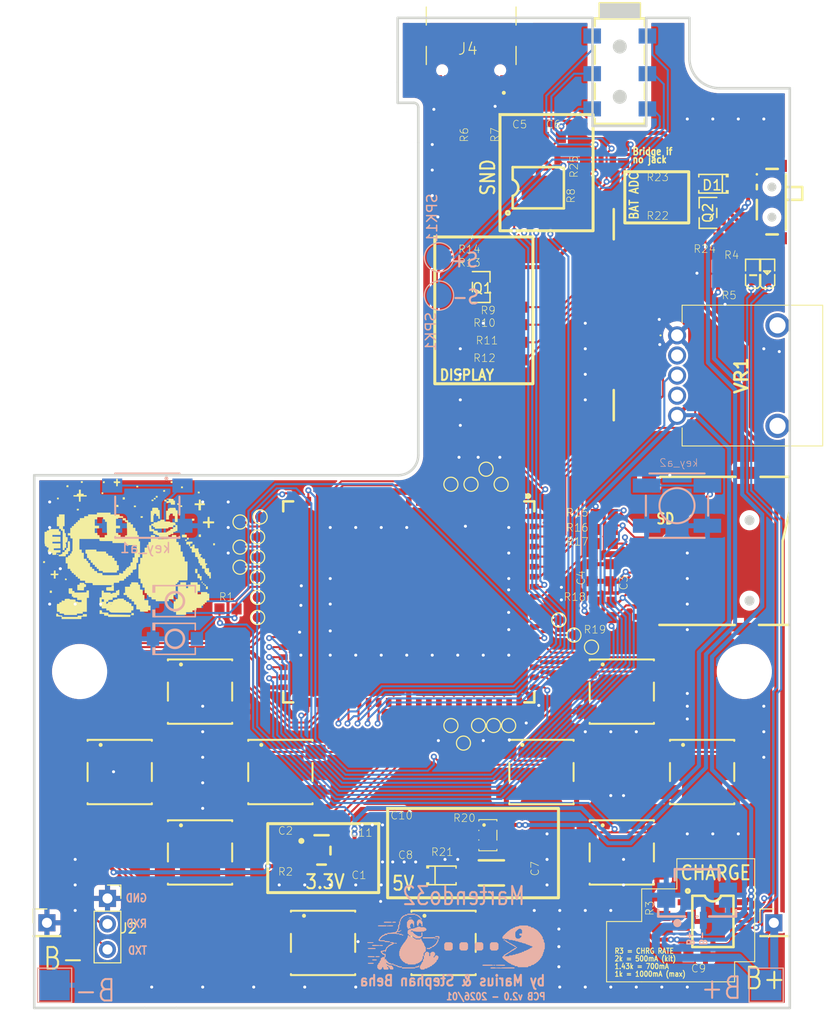
<source format=kicad_pcb>
(kicad_pcb (version 20241229) (generator "pcbnew") (generator_version "9.0")
  (layers (0 "F.Cu" signal) (2 "B.Cu" signal) (13 "F.Paste" user) (15 "B.Paste" user) (5 "F.SilkS" user "F.Silkscreen") (7 "B.SilkS" user "B.Silkscreen") (1 "F.Mask" user) (3 "B.Mask" user) (25 "Edge.Cuts" user))
  (net 0 "")
  (net 1 "GND")
  (net 2 "/+3V3")
  (net 3 "Net-(D1-C)")
  (net 4 "Net-(U5-FB)")
  (net 5 "+5V")
  (net 6 "Net-(U3-PROG)")
  (net 7 "/BAT+")
  (net 8 "/BAT_ADC")
  (net 9 "Net-(LED1-A)")
  (net 10 "Net-(LED1-C)")
  (net 11 "/USB_D-")
  (net 12 "/USB_D+")
  (net 15 "/BOOT")
  (net 16 "/UART0_TXD")
  (net 17 "/UART0_RXD")
  (net 18 "/KEY_FN1")
  (net 19 "/KEY_L")
  (net 20 "/KEY_R")
  (net 21 "/CHIP_PU")
  (net 22 "/LCD_BACK")
  (net 23 "Net-(Q1-B)")
  (net 24 "Net-(U6-EN)")
  (net 26 "Net-(LED2-A)")
  (net 27 "Net-(LED2-C)")
  (net 28 "/SPK-")
  (net 29 "/SPK+")
  (net 30 "/VIN")
  (net 31 "Net-(D2-A)")
  (net 32 "Net-(Q1-C)")
  (net 33 "Net-(LCD1-Pin_11)")
  (net 34 "/SPK1-")
  (net 35 "Net-(LCD1-Pin_12)")
  (net 36 "/HPJ+1")
  (net 37 "Net-(LCD1-Pin_13)")
  (net 38 "Net-(LCD1-Pin_14)")
  (net 50 "Net-(J4-CC1)")
  (net 51 "Net-(J4-CC2)")
  (net 56 "/TFT_SPI_DC")
  (net 57 "/TFT_RESET")
  (net 58 "/TFT_SPI_MISO")
  (net 59 "/TFT_SPI_CLK")
  (net 60 "/TFT_CS")
  (net 61 "/TFT_SPI_MOSI")
  (net 62 "/ADC_VOLUME")
  (net 63 "/I2S_SDATA")
  (net 64 "/I2S_BCLK")
  (net 65 "/SD_CMD")
  (net 66 "/SD_CLX")
  (net 67 "/SD_DAT0")
  (net 68 "/SD_DAT2")
  (net 69 "/SD_DAT1")
  (net 70 "/SD_CD")
  (net 75 "/I2S_WS")
  (net 78 "/I2S_CTRL")
  (net 79 "/KEY_A1")
  (net 80 "/KEY_A2")
  (net 81 "/KEY_DOWN1")
  (net 82 "/KEY_DOWN2")
  (net 83 "/KEY_LEFT1")
  (net 84 "/KEY_LEFT2")
  (net 85 "/KEY_RIGHT1")
  (net 86 "/KEY_RIGHT2")
  (net 87 "/KEY_SELECT1")
  (net 88 "/KEY_START1")
  (net 89 "/KEY_UP1")
  (net 90 "/KEY_UP2")
  (net 91 "Net-(U1-IO10)")
  (net 92 "Net-(U1-IO9)")
  (net 95 "Net-(U1-IO8)")
  (net 96 "Net-(U1-IO7)")
  (net 97 "Net-(U1-IO6)")
  (net 98 "Net-(U1-DSI_CLKN)")
  (net 99 "Net-(U1-DSI_CLKP)")
  (net 100 "Net-(U1-DSI_DATAP0)")
  (net 101 "Net-(U1-DSI_DATAN0)")
  (net 102 "Net-(U1-IO0)")
  (net 103 "Net-(U1-IO1)")
  (net 104 "Net-(U1-IO15)")
  (net 105 "Net-(U1-IO28)")
  (net 106 "Net-(U1-IO29)")
  (net 107 "Net-(U1-IO30)")
  (net 108 "Net-(U1-IO31)")
  (net 109 "Net-(U1-IO32)")
  (net 110 "Net-(U1-ESP_LDO_VO4)")
  (net 111 "Net-(U1-IO33)")
  (net 112 "Net-(U1-IO34)")
  (net 113 "Net-(U1-IO36)")
  (footprint "KiCad_GB300-P4-SingleSided_SMT_V2:0603" (layer "F.Cu") (at 94.848 137.25 90)
    (property "Reference" "C7")
    (property "Value" "10uF")
  )
  (footprint "KiCad_GB300-P4-SingleSided_SMT_V2:0603" (layer "F.Cu") (at 105.29 66.678 90)
    (property "Reference" "R111" (hide yes))
    (property "Value" "0R" (hide yes))
  )
  (footprint "KiCad_GB300-P4-SingleSided_SMT_V2:0603" (layer "F.Cu") (at 92.59 77.878)
    (property "Reference" "R13")
    (property "Value" "10K")
  )
  (footprint "KiCad_GB300-P4-SingleSided_SMT_V2:0603" (layer "F.Cu") (at 78.889 137.062)
    (property "Reference" "C1")
    (property "Value" "10uF")
  )
  (footprint "KiCad_GB300-P4-SingleSided_SMT_V2:0603" (layer "F.Cu") (at 103.357 103.978)
    (property "Reference" "R16")
    (property "Value" "10kΩ")
  )
  (footprint "KiCad_GB300-P4-SingleSided_SMT_V2:0603" (layer "F.Cu") (at 94.356 81.855)
    (property "Reference" "R9")
    (property "Value" "10R")
  )
  (footprint "Connector_PinHeader_2.54mm:PinHeader_1x01_P2.54mm_Vertical" (layer "F.Cu") (at 47.856 143.105)
    (property "Reference" "CONBAT2" (hide yes))
    (property "Value" "Conn_01x01")
  )
  (footprint "KiCad_GB300-P4-SingleSided_SMT_V2:430451031836" (layer "F.Cu") (at 97.106 128.105)
    (property "Reference" "key_left2" (hide yes))
    (property "Value" "TS-1187A-B-A-B" (hide yes))
  )
  (footprint "GB300-P4.PCB.v1.0:COMM-SMD_L25.0-W20.0-P1.00_WT0132P4-A1" (layer "F.Cu") (at 83.89 111.178 180)
    (property "Reference" "U1" (hide yes))
    (property "Value" "~")
  )
  (footprint "MountingHole:MountingHole_5mm" (layer "F.Cu") (at 50.29 117.178)
    (property "Reference" "H2")
    (property "Value" "MountingHole")
  )
  (footprint "KiCad_GB300-P4-SingleSided_SMT_V2:0603" (layer "F.Cu") (at 113.8895 74.978 180)
    (property "Reference" "R24")
    (property "Value" "10K")
  )
  (footprint "GB300-P4.PCB.v1.0:AUDIO-SMD_HOOYA_PJ-242a" (layer "F.Cu") (at 104.906 58.505)
    (property "Reference" "J1" (hide yes))
    (property "Value" "AudioJack4_SwitchTR1")
    (fp_poly (pts (xy -2 -6.875) (xy 2 -6.875) (xy 2 -5.375) (xy -2 -5.375)) (fill yes) (layer "Edge.Cuts"))
    (fp_poly (pts (xy 0.696629 -2.643612) (xy 0.669858 -2.778199) (xy 0.617345 -2.904978) (xy 0.541107 -3.019075) (xy 0.444075 -3.116107) (xy 0.329978 -3.192345) (xy 0.203199 -3.244858) (xy 0.068612 -3.271629) (xy -0.068612 -3.271629) (xy -0.203199 -3.244858) (xy -0.329978 -3.192345) (xy -0.444075 -3.116107) (xy -0.541107 -3.019075) (xy -0.617345 -2.904978) (xy -0.669858 -2.778199) (xy -0.696629 -2.643612) (xy -0.696629 -2.506388) (xy -0.669858 -2.371801) (xy -0.617345 -2.245022) (xy -0.541107 -2.130925) (xy -0.444075 -2.033893) (xy -0.329978 -1.957655) (xy -0.203199 -1.905142) (xy -0.068612 -1.878371) (xy 0.068612 -1.878371) (xy 0.203199 -1.905142) (xy 0.329978 -1.957655) (xy 0.444075 -2.033893) (xy 0.541107 -2.130925) (xy 0.617345 -2.245022) (xy 0.669858 -2.371801) (xy 0.696629 -2.506388)) (fill yes) (layer "Edge.Cuts"))
    (fp_poly (pts (xy 0.696629 2.356388) (xy 0.669858 2.221801) (xy 0.617345 2.095022) (xy 0.541107 1.980925) (xy 0.444075 1.883893) (xy 0.329978 1.807655) (xy 0.203199 1.755142) (xy 0.068612 1.728371) (xy -0.068612 1.728371) (xy -0.203199 1.755142) (xy -0.329978 1.807655) (xy -0.444075 1.883893) (xy -0.541107 1.980925) (xy -0.617345 2.095022) (xy -0.669858 2.221801) (xy -0.696629 2.356388) (xy -0.696629 2.493612) (xy -0.669858 2.628199) (xy -0.617345 2.754978) (xy -0.541107 2.869075) (xy -0.444075 2.966107) (xy -0.329978 3.042345) (xy -0.203199 3.094858) (xy -0.068612 3.121629) (xy 0.068612 3.121629) (xy 0.203199 3.094858) (xy 0.329978 3.042345) (xy 0.444075 2.966107) (xy 0.541107 2.869075) (xy 0.617345 2.754978) (xy 0.669858 2.628199) (xy 0.696629 2.493612)) (fill yes) (layer "Edge.Cuts"))
  )
  (footprint "TestPoint:TestPoint_Pad_D1.0mm" (layer "F.Cu") (at 91.59 97.978)
    (property "Reference" "TP9" (hide yes))
    (property "Value" "TestPoint")
  )
  (footprint "GB300-P4.PCB.v1.0:SOD-123FL_L2.7-W1.8-LS3.8-RD" (layer "F.Cu") (at 87.228 138.389)
    (property "Reference" "D2" (hide yes))
    (property "Value" "DSK24")
  )
  (footprint "TestPoint:TestPoint_Pad_D1.0mm" (layer "F.Cu") (at 88.09 99.478)
    (property "Reference" "TP11" (hide yes))
    (property "Value" "TestPoint")
  )
  (footprint "KiCad_GB300-P4-SingleSided_SMT_V2:0603" (layer "F.Cu") (at 71.777 135.284 180)
    (property "Reference" "C2")
    (property "Value" "10uF")
  )
  (footprint "GB300-P4.PCB.v1.0:SOT-23-3_L2.9-W1.6-P1.90-LS2.8-BRaaa" (layer "F.Cu") (at 91.106 79.855 180)
    (property "Reference" "Q1")
    (property "Value" "NPN")
  )
  (footprint "TestPoint:TestPoint_Pad_D1.0mm" (layer "F.Cu") (at 92.34 123.478 90)
    (property "Reference" "TP2" (hide yes))
    (property "Value" "TestPoint")
  )
  (footprint "KiCad_GB300-P4-SingleSided_SMT_V2:0603" (layer "F.Cu") (at 86.847 133.372)
    (property "Reference" "R20")
    (property "Value" "10K")
  )
  (footprint "KiCad_GB300-P4-SingleSided_SMT_V2:430451031836" (layer "F.Cu") (at 63.106 120.105)
    (property "Reference" "key_up1" (hide yes))
    (property "Value" "TS-1187A-B-A-B" (hide yes))
  )
  (footprint "TestPoint:TestPoint_Pad_D1.0mm" (layer "F.Cu") (at 67.09 107.728)
    (property "Reference" "TP19" (hide yes))
    (property "Value" "TestPoint")
  )
  (footprint "KiCad_GB300-P4-SingleSided_SMT_V2:0603" (layer "F.Cu") (at 98.19 64.978)
    (property "Reference" "C6")
    (property "Value" "100nF")
  )
  (footprint "GB300-P4.PCB.v1.0:SOT-23-3_L2.9-W1.6-P1.90-LS2.8-BR" (layer "F.Cu") (at 113.69 72.478)
    (property "Reference" "Q2")
    (property "Value" "AO3401A" (hide yes))
  )
  (footprint "KiCad_GB300-P4-SingleSided_SMT_V2:430451031836" (layer "F.Cu") (at 105.106 136.105)
    (property "Reference" "key_down2" (hide yes))
    (property "Value" "TS-1187A-B-A-B" (hide yes))
  )
  (footprint "KiCad_GB300-P4-SingleSided_SMT_V2:0603" (layer "F.Cu") (at 95.09 64.978 180)
    (property "Reference" "C5")
    (property "Value" "10uF")
  )
  (footprint "TestPoint:TestPoint_Pad_D1.0mm" (layer "F.Cu") (at 100.34 114.478)
    (property "Reference" "TP6" (hide yes))
    (property "Value" "TestPoint")
  )
  (footprint "GB300-P4.PCB.v1.0:TF-SMD_TF-01A" (layer "F.Cu") (at 112.256 106.105 90)
    (property "Reference" "SD1" (hide yes))
    (property "Value" "~")
    (fp_poly (pts (xy 3.545722 5.500737) (xy 3.51194 5.374658) (xy 3.446677 5.261619) (xy 3.354381 5.169323) (xy 3.241342 5.10406) (xy 3.115263 5.070278) (xy 2.984737 5.070278) (xy 2.858658 5.10406) (xy 2.745619 5.169323) (xy 2.653323 5.261619) (xy 2.58806 5.374658) (xy 2.554278 5.500737) (xy 2.554278 5.631263) (xy 2.58806 5.757342) (xy 2.653323 5.870381) (xy 2.745619 5.962677) (xy 2.858658 6.02794) (xy 2.984737 6.061722) (xy 3.115263 6.061722) (xy 3.241342 6.02794) (xy 3.354381 5.962677) (xy 3.446677 5.870381) (xy 3.51194 5.757342) (xy 3.545722 5.631263)) (fill yes) (layer "Edge.Cuts"))
    (fp_poly (pts (xy -4.454278 5.500737) (xy -4.48806 5.374658) (xy -4.553323 5.261619) (xy -4.645619 5.169323) (xy -4.758658 5.10406) (xy -4.884737 5.070278) (xy -5.015263 5.070278) (xy -5.141342 5.10406) (xy -5.254381 5.169323) (xy -5.346677 5.261619) (xy -5.41194 5.374658) (xy -5.445722 5.500737) (xy -5.445722 5.631263) (xy -5.41194 5.757342) (xy -5.346677 5.870381) (xy -5.254381 5.962677) (xy -5.141342 6.02794) (xy -5.015263 6.061722) (xy -4.884737 6.061722) (xy -4.758658 6.02794) (xy -4.645619 5.962677) (xy -4.553323 5.870381) (xy -4.48806 5.757342) (xy -4.454278 5.631263)) (fill yes) (layer "Edge.Cuts"))
  )
  (footprint "KiCad_GB300-P4-SingleSided_SMT_V2:0603" (layer "F.Cu") (at 103.357 105.378)
    (property "Reference" "R17")
    (property "Value" "10kΩ")
  )
  (footprint "TestPoint:TestPoint_Pad_D1.0mm" (layer "F.Cu") (at 68.84 106.728)
    (property "Reference" "TP17" (hide yes))
    (property "Value" "TestPoint")
  )
  (footprint "GB300-P4.PCB.v1.0:ILI9341-2.8a" (layer "F.Cu") (at 104.906 83.105 180)
    (property "Reference" "LCD1" (hide yes))
    (property "Value" "Conn_01x18")
  )
  (footprint "KiCad_GB300-P4-SingleSided_SMT_V2:0603" (layer "F.Cu") (at 101.39 71.178 90)
    (property "Reference" "R8")
    (property "Value" "10K")
  )
  (footprint "KiCad_GB300-P4-SingleSided_SMT_V2:0603" (layer "F.Cu") (at 91.381 64.555 -90)
    (property "Reference" "R7")
    (property "Value" "10K")
  )
  (footprint "TestPoint:TestPoint_Pad_D1.0mm" (layer "F.Cu") (at 68.84 104.728)
    (property "Reference" "TP15" (hide yes))
    (property "Value" "TestPoint")
  )
  (footprint "GB300-P4.PCB.v1.0:SOD-123_L2.7-W1.6-LS3.7-RDaaa" (layer "F.Cu") (at 114.152 69.578 180)
    (property "Reference" "D1")
    (property "Value" "1N5819W" (hide yes))
  )
  (footprint "TestPoint:TestPoint_Pad_D1.0mm" (layer "F.Cu") (at 67.09 103.228)
    (property "Reference" "TP14" (hide yes))
    (property "Value" "TestPoint")
  )
  (footprint "KiCad_GB300-P4-SingleSided_SMT_V2:0603" (layer "F.Cu") (at 83.672 133.378 180)
    (property "Reference" "C10")
    (property "Value" "100nF")
  )
  (footprint "KiCad_GB300-P4-SingleSided_SMT_V2:0603" (layer "F.Cu") (at 108.79 71.678 180)
    (property "Reference" "R22")
    (property "Value" "100K")
  )
  (footprint "TestPoint:TestPoint_Pad_D1.0mm" (layer "F.Cu") (at 89.34 125.228 90)
    (property "Reference" "TP4" (hide yes))
    (property "Value" "TestPoint")
  )
  (footprint "KiCad_GB300-P4-SingleSided_SMT_V2:430451031836" (layer "F.Cu") (at 63.106 136.105)
    (property "Reference" "key_down1" (hide yes))
    (property "Value" "TS-1187A-B-A-B" (hide yes))
  )
  (footprint "GB300-P4.PCB.v1.0:ESOP-8_L4.9-W3.9-P1.27-LS6.0-BL-EP" (layer "F.Cu") (at 96.79 69.978)
    (property "Reference" "U4" (hide yes))
    (property "Value" "NS4168")
  )
  (footprint "KiCad_GB300-P4-SingleSided_SMT_V2:0603" (layer "F.Cu") (at 88.331 64.555 -90)
    (property "Reference" "R6")
    (property "Value" "10K")
  )
  (footprint "KiCad_GB300-P4-SingleSided_SMT_V2:0603" (layer "F.Cu") (at 94.356 87.105)
    (property "Reference" "R12")
    (property "Value" "10R")
  )
  (footprint "KiCad_GB300-P4-SingleSided_SMT_V2:AMPHENOL_GSB1C41110SSHR" (layer "F.Cu") (at 90.106 55.678 180)
    (property "Reference" "J4")
    (property "Value" "USB-C")
  )
  (footprint "KiCad_GB300-P4-SingleSided_SMT_V2:0603" (layer "F.Cu") (at 112.59 146.278)
    (property "Reference" "C9")
    (property "Value" "100nF")
  )
  (footprint "KiCad_GB300-P4-SingleSided_SMT_V2:0603" (layer "F.Cu") (at 102.156 108.278 90)
    (property "Reference" "C4")
    (property "Value" "100nF")
  )
  (footprint "TestPoint:TestPoint_Pad_D1.0mm" (layer "F.Cu") (at 67.09 105.728)
    (property "Reference" "TP16" (hide yes))
    (property "Value" "TestPoint")
  )
  (footprint "GB300-P4.PCB.v1.0:SOT-23-5_L2.9-W1.6-P0.95-LS2.8-BR" (layer "F.Cu") (at 75.206 135.919 180)
    (property "Reference" "U6" (hide yes))
    (property "Value" "AP2112K-3.3" (hide yes))
  )
  (footprint "KiCad_GB300-P4-SingleSided_SMT_V2:0603" (layer "F.Cu") (at 94.356 83.605)
    (property "Reference" "R10")
    (property "Value" "10R")
  )
  (footprint "TestPoint:TestPoint_Pad_D1.0mm" (layer "F.Cu") (at 68.84 110.728)
    (property "Reference" "TP18" (hide yes))
    (property "Value" "TestPoint")
  )
  (footprint "Connector_PinHeader_2.54mm:PinHeader_1x01_P2.54mm_Vertical" (layer "F.Cu") (at 120.248 143.105)
    (property "Reference" "CONBAT1" (hide yes))
    (property "Value" "Conn_01x01")
  )
  (footprint "GB300-P4.PCB.v1.0:LED0603-RD_RED" (layer "F.Cu") (at 119.59 78.478 90)
    (property "Reference" "LED2" (hide yes))
    (property "Value" "~")
  )
  (footprint "KiCad_GB300-P4-SingleSided_SMT_V2:0603" (layer "F.Cu") (at 103.23 112.739)
    (property "Reference" "R19")
    (property "Value" "10kΩ")
  )
  (footprint "KiCad_GB300-P4-SingleSided_SMT_V2:0603" (layer "F.Cu") (at 115.59 79.278)
    (property "Reference" "R5")
    (property "Value" "2K")
  )
  (footprint "GB300-P4.PCB.v1.0:LED0603-RD_GREEN" (layer "F.Cu") (at 118.19 78.478 90)
    (property "Reference" "LED1" (hide yes))
    (property "Value" "~")
  )
  (footprint "TestPoint:TestPoint_Pad_D1.0mm" (layer "F.Cu") (at 93.09 99.478)
    (property "Reference" "TP8" (hide yes))
    (property "Value" "TestPoint")
  )
  (footprint "KiCad_GB300-P4-SingleSided_SMT_V2:0603" (layer "F.Cu") (at 115.59 77.778)
    (property "Reference" "R4")
    (property "Value" "2K")
  )
  (footprint "MountingHole:MountingHole_5mm" (layer "F.Cu") (at 117.306 118.105)
    (property "Reference" "H1")
    (property "Value" "MountingHole")
  )
  (footprint "GB300-P4.PCB.v1.0:SOT-23-5_L3.0-W1.7-P0.95-LS2.8-BR" (layer "F.Cu") (at 91.77 134.389 180)
    (property "Reference" "U5" (hide yes))
    (property "Value" "TPS61040DBV")
  )
  (footprint "TestPoint:TestPoint_Pad_D1.0mm" (layer "F.Cu") (at 68.84 108.728)
    (property "Reference" "TP20" (hide yes))
    (property "Value" "TestPoint")
  )
  (footprint "KiCad_GB300-P4-SingleSided_SMT_V2:0603" (layer "F.Cu") (at 108.7435 69.878 180)
    (property "Reference" "R23")
    (property "Value" "100K")
  )
  (footprint "KiCad_GB300-P4-SingleSided_SMT_V2:0603" (layer "F.Cu") (at 83.734 134.978 180)
    (property "Reference" "C8")
    (property "Value" "10uF")
  )
  (footprint "Libraries:RK10J11E002Y" (layer "F.Cu") (at 110.614 84.665 -90)
    (property "Reference" "VR1")
    (property "Value" "RK10J11E002Y" (hide yes))
  )
  (footprint "KiCad_GB300-P4-SingleSided_SMT_V2:0603" (layer "F.Cu") (at 92.59 76.278)
    (property "Reference" "R14")
    (property "Value" "10K")
  )
  (footprint "KiCad_GB300-P4-SingleSided_SMT_V2:430451031836" (layer "F.Cu") (at 55.106 128.105)
    (property "Reference" "key_left1" (hide yes))
    (property "Value" "TS-1187A-B-A-B" (hide yes))
  )
  (footprint "KiCad_GB300-P4-SingleSided_SMT_V2:0603" (layer "F.Cu") (at 65.89 111.878 180)
    (property "Reference" "R1")
    (property "Value" "10K")
  )
  (footprint "KiCad_GB300-P4-SingleSided_SMT_V2:0603" (layer "F.Cu") (at 78.889 135.284 180)
    (property "Reference" "C11")
    (property "Value" "100nF")
  )
  (footprint "KiCad_GB300-P4-SingleSided_SMT_V2:430451031836" (layer "F.Cu") (at 75.356 145.105)
    (property "Reference" "key_select1" (hide yes))
    (property "Value" "TS-1187A-B-A-B" (hide yes))
  )
  (footprint "TestPoint:TestPoint_Pad_D1.0mm" (layer "F.Cu") (at 68.84 112.728)
    (property "Reference" "TP21" (hide yes))
    (property "Value" "TestPoint")
  )
  (footprint "KiCad_GB300-P4-SingleSided_SMT_V2:0603" (layer "F.Cu") (at 86.89 134.978 180)
    (property "Reference" "R21")
    (property "Value" "10K")
  )
  (footprint "GB300-P4.PCB.v1.0:IND-SMD_L2.5-W2.0_MHCH252012A" (layer "F.Cu") (at 92.12 138.139 180)
    (property "Reference" "L1" (hide yes))
    (property "Value" "4.7uH")
  )
  (footprint "LOGO" (layer "F.Cu") (at 56.09 106.978)
    (property "Reference" "G***" (hide yes))
    (property "Value" "LOGO" (hide yes))
  )
  (footprint "GB300-P4.PCB.v1.0:ESOP-8_L4.9-W3.9-P1.27-LS6.0-BL-EP" (layer "F.Cu") (at 114.1815 142.965 -90)
    (property "Reference" "U3" (hide yes))
    (property "Value" "TP4056" (hide yes))
  )
  (footprint "KiCad_GB300-P4-SingleSided_SMT_V2:0603" (layer "F.Cu") (at 94.356 85.355)
    (property "Reference" "R11")
    (property "Value" "10R")
  )
  (footprint "GB300-P4.PCB.v1.0:SW-SMD_MSK12C02-HB" (layer "F.Cu") (at 119.506 71.405 90)
    (property "Reference" "SW1" (hide yes))
    (property "Value" "SK-3296S-01-L3")
    (fp_poly (pts (xy 1.94615 0.491263) (xy 1.915746 0.377792) (xy 1.857009 0.276057) (xy 1.773943 0.192991) (xy 1.672208 0.134254) (xy 1.558737 0.10385) (xy 1.441263 0.10385) (xy 1.327792 0.134254) (xy 1.226057 0.192991) (xy 1.142991 0.276057) (xy 1.084254 0.377792) (xy 1.05385 0.491263) (xy 1.05385 0.608737) (xy 1.084254 0.722208) (xy 1.142991 0.823943) (xy 1.226057 0.907009) (xy 1.327792 0.965746) (xy 1.441263 0.99615) (xy 1.558737 0.99615) (xy 1.672208 0.965746) (xy 1.773943 0.907009) (xy 1.857009 0.823943) (xy 1.915746 0.722208) (xy 1.94615 0.608737)) (fill yes) (layer "Edge.Cuts"))
    (fp_poly (pts (xy -1.05385 0.491263) (xy -1.084254 0.377792) (xy -1.142991 0.276057) (xy -1.226057 0.192991) (xy -1.327792 0.134254) (xy -1.441263 0.10385) (xy -1.558737 0.10385) (xy -1.672208 0.134254) (xy -1.773943 0.192991) (xy -1.857009 0.276057) (xy -1.915746 0.377792) (xy -1.94615 0.491263) (xy -1.94615 0.608737) (xy -1.915746 0.722208) (xy -1.857009 0.823943) (xy -1.773943 0.907009) (xy -1.672208 0.965746) (xy -1.558737 0.99615) (xy -1.441263 0.99615) (xy -1.327792 0.965746) (xy -1.226057 0.907009) (xy -1.142991 0.823943) (xy -1.084254 0.722208) (xy -1.05385 0.608737)) (fill yes) (layer "Edge.Cuts"))
  )
  (footprint "KiCad_GB300-P4-SingleSided_SMT_V2:0603" (layer "F.Cu") (at 103.23 111.215)
    (property "Reference" "R18")
    (property "Value" "10kΩ")
  )
  (footprint "KiCad_GB300-P4-SingleSided_SMT_V2:430451031836" (layer "F.Cu") (at 105.106 120.105)
    (property "Reference" "key_up2" (hide yes))
    (property "Value" "TS-1187A-B-A-B" (hide yes))
  )
  (footprint "TestPoint:TestPoint_Pad_D1.0mm" (layer "F.Cu") (at 98.84 112.978)
    (property "Reference" "TP7" (hide yes))
    (property "Value" "TestPoint")
  )
  (footprint "KiCad_GB300-P4-SingleSided_SMT_V2:0603" (layer "F.Cu") (at 109.39 141.578 90)
    (property "Reference" "R3")
    (property "Value" "2K")
  )
  (footprint "TestPoint:TestPoint_Pad_D1.0mm" (layer "F.Cu") (at 93.84 123.478)
    (property "Reference" "TP1" (hide yes))
    (property "Value" "TestPoint")
  )
  (footprint "KiCad_GB300-P4-SingleSided_SMT_V2:0603" (layer "F.Cu") (at 104.006 108.278 90)
    (property "Reference" "C3")
    (property "Value" "10uF")
  )
  (footprint "KiCad_GB300-P4-SingleSided_SMT_V2:0603" (layer "F.Cu") (at 101.49 67.878 -90)
    (property "Reference" "R25")
    (property "Value" "10K")
  )
  (footprint "KiCad_GB300-P4-SingleSided_SMT_V2:430451031836" (layer "F.Cu") (at 113.106 128.105)
    (property "Reference" "key_right2" (hide yes))
    (property "Value" "TS-1187A-B-A-B" (hide yes))
  )
  (footprint "Connector_PinSocket_2.54mm:PinSocket_1x03_P2.54mm_Vertical" (layer "F.Cu") (at 53.887 140.679)
    (property "Reference" "J2")
    (property "Value" "Conn_01x03")
  )
  (footprint "KiCad_GB300-P4-SingleSided_SMT_V2:430451031836" (layer "F.Cu") (at 87.356 145.105)
    (property "Reference" "key_start1" (hide yes))
    (property "Value" "TS-1187A-B-A-B" (hide yes))
  )
  (footprint "TestPoint:TestPoint_Pad_D1.0mm" (layer "F.Cu") (at 90.09 99.478)
    (property "Reference" "TP10" (hide yes))
    (property "Value" "TestPoint")
  )
  (footprint "TestPoint:TestPoint_Pad_D1.0mm" (layer "F.Cu") (at 88.09 123.478 90)
    (property "Reference" "TP5" (hide yes))
    (property "Value" "TestPoint")
  )
  (footprint "TestPoint:TestPoint_Pad_D1.0mm" (layer "F.Cu") (at 90.84 123.478 90)
    (property "Reference" "TP3" (hide yes))
    (property "Value" "TestPoint")
  )
  (footprint "KiCad_GB300-P4-SingleSided_SMT_V2:0603" (layer "F.Cu") (at 71.777 136.935 180)
    (property "Reference" "R2")
    (property "Value" "100K")
  )
  (footprint "KiCad_GB300-P4-SingleSided_SMT_V2:430451031836" (layer "F.Cu") (at 71.106 128.105)
    (property "Reference" "key_right1" (hide yes))
    (property "Value" "TS-1187A-B-A-B" (hide yes))
  )
  (footprint "TestPoint:TestPoint_Pad_D1.0mm" (layer "F.Cu") (at 69.09 102.728)
    (property "Reference" "TP13" (hide yes))
    (property "Value" "TestPoint")
  )
  (footprint "KiCad_GB300-P4-SingleSided_SMT_V2:0603" (layer "F.Cu") (at 103.357 102.478)
    (property "Reference" "R15")
    (property "Value" "10kΩ")
  )
  (footprint "TestPoint:TestPoint_Pad_D1.0mm" (layer "F.Cu") (at 102.09 115.678)
    (property "Reference" "TP12" (hide yes))
    (property "Value" "TestPoint")
  )
  (footprint "TestPoint:TestPoint_Pad_3.0x3.0mm" (layer "B.Cu") (at 119.486 149.315)
    (property "Reference" "CONBAT3" (hide yes))
    (property "Value" "Conn_01x01" (hide yes))
  )
  (footprint "TestPoint:TestPoint_Pad_D2.5mm" (layer "B.Cu") (at 86.906 80.705)
    (property "Reference" "SPK1")
    (property "Value" "Conn_01x01" (hide yes))
  )
  (footprint "KiCad_GB300-P4-SingleSided_SMT_V2:430451031836" (layer "B.Cu") (at 57.856 101.605 180)
    (property "Reference" "key_a1")
    (property "Value" "TS-1187A-B-A-B" (hide yes))
  )
  (footprint "GB300-P4.PCB.v1.0:SW-SMD_L3.9-W3.0-P4.45" (layer "B.Cu") (at 60.606 114.855 180)
    (property "Reference" "SW_BOOT1" (hide yes))
    (property "Value" "3*4 龟仔/微动/轻触开关" (hide yes))
  )
  (footprint "KiCad_GB300-P4-SingleSided_SMT_V2:DTSM-6" (layer "B.Cu") (at 110.606 101.605 180)
    (property "Reference" "key_a2")
    (property "Value" "TS-1187A-B-A-B" (hide yes))
  )
  (footprint "LOGO" (layer "B.Cu") (at 89.09 145.260084 180)
    (property "Reference" "G***" (hide yes))
    (property "Value" "LOGO" (hide yes))
  )
  (footprint "TestPoint:TestPoint_Pad_D2.5mm" (layer "B.Cu") (at 86.906 76.905)
    (property "Reference" "SPK11")
    (property "Value" "Conn_01x01" (hide yes))
  )
  (footprint "GB300-P4.PCB.v1.0:SW-SMD_L3.9-W3.0-P4.45" (layer "B.Cu") (at 60.606 111.105 180)
    (property "Reference" "SW_RST1" (hide yes))
    (property "Value" "3*4 龟仔/微动/轻触开关" (hide yes))
  )
  (footprint "GB300-P4.PCB.v1.0:CONN-SMD_2P-P1.25_D125F2W1-2W2P43" (layer "B.Cu") (at 112.606 141.605)
    (property "Reference" "CN2" (hide yes))
    (property "Value" "ZX-MX1.25-2PWT" (hide yes))
  )
  (footprint "TestPoint:TestPoint_Pad_3.0x3.0mm" (layer "B.Cu") (at 48.62 149.315)
    (property "Reference" "CONBAT4" (hide yes))
    (property "Value" "Conn_01x01" (hide yes))
  )
  (gr_line (start 103.59 142.978) (end 107.09 142.978) (stroke (width 0.1)) (layer "F.SilkS"))
  (gr_rect (start 105.4075 68.383) (end 111.7725 73.478) (stroke (width 0.3)) (fill no) (layer "F.SilkS"))
  (gr_line (start 107.09 142.978) (end 107.09 139.728) (stroke (width 0.1)) (layer "F.SilkS"))
  (gr_line (start 103.59 148.978) (end 103.59 142.978) (stroke (width 0.1)) (layer "F.SilkS"))
  (gr_line (start 69.9105 133.242) (end 80.9595 133.242) (stroke (width 0.3)) (layer "F.SilkS"))
  (gr_line (start 107.59 139.728) (end 107.09 139.728) (stroke (width 0.1)) (layer "F.SilkS"))
  (gr_line (start 110.59 136.728) (end 118.34 136.728) (stroke (width 0.1)) (layer "F.SilkS"))
  (gr_rect (start 81.785 131.728) (end 98.803 140.618) (stroke (width 0.3)) (fill no) (layer "F.SilkS"))
  (gr_line (start 80.896 140.1) (end 69.847 140.1) (stroke (width 0.3)) (layer "F.SilkS"))
  (gr_line (start 110.59 139.728) (end 110.59 136.728) (stroke (width 0.1)) (layer "F.SilkS"))
  (gr_line (start 118.34 140.728) (end 118.34 146.978) (stroke (width 0.1)) (layer "F.SilkS"))
  (gr_line (start 116.34 146.978) (end 116.34 148.978) (stroke (width 0.1)) (layer "F.SilkS"))
  (gr_line (start 118.34 146.978) (end 116.34 146.978) (stroke (width 0.1)) (layer "F.SilkS"))
  (gr_line (start 69.847 133.242) (end 69.847 140.1) (stroke (width 0.3)) (layer "F.SilkS"))
  (gr_line (start 116.34 148.978) (end 107.09 148.978) (stroke (width 0.1)) (layer "F.SilkS"))
  (gr_line (start 107.09 148.978) (end 103.59 148.978) (stroke (width 0.1)) (layer "F.SilkS"))
  (gr_line (start 104.306 75.105) (end 104.306 72.105) (stroke (width 0.254)) (layer "F.SilkS"))
  (gr_line (start 107.59 139.728) (end 110.59 139.728) (stroke (width 0.1)) (layer "F.SilkS"))
  (gr_line (start 104.306 90.105) (end 104.306 93.105) (stroke (width 0.254)) (layer "F.SilkS"))
  (gr_rect (start 86.484 74.873) (end 96.263 89.478) (stroke (width 0.3)) (fill no) (layer "F.SilkS"))
  (gr_line (start 118.34 136.728) (end 118.34 140.728) (stroke (width 0.1)) (layer "F.SilkS"))
  (gr_line (start 80.896 140.1) (end 80.896 133.242) (stroke (width 0.3)) (layer "F.SilkS"))
  (gr_rect (start 92.976 62.6995) (end 102.247 74.2565) (stroke (width 0.3)) (fill no) (layer "F.SilkS"))
  (gr_line (start 82.79 61.5305) (end 82.79 59.478) (stroke (width 0.254)) (layer "Edge.Cuts"))
  (gr_line (start 102.19 63.828) (end 107.54 63.828) (stroke (width 0.254)) (layer "Edge.Cuts"))
  (gr_line (start 84.8375 65.478) (end 84.8375 61.978) (stroke (width 0.2534)) (layer "Edge.Cuts"))
  (gr_line (start 121.84 151.578) (end 110.84 151.578) (stroke (width 0.254)) (layer "Edge.Cuts"))
  (gr_arc (start 84.8375 96.578) (mid 84.251714 97.992214) (end 82.8375 98.578) (stroke (width 0.254)) (layer "Edge.Cuts"))
  (gr_line (start 82.79 53.078) (end 82.79 59.478) (stroke (width 0.254)) (layer "Edge.Cuts"))
  (gr_line (start 60.74 151.578) (end 107.69 151.578) (stroke (width 0.254)) (layer "Edge.Cuts"))
  (gr_line (start 84.8375 65.478) (end 84.8375 96.578) (stroke (width 0.254)) (layer "Edge.Cuts"))
  (gr_line (start 107.54 53.078) (end 111.84 53.078) (stroke (width 0.254)) (layer "Edge.Cuts"))
  (gr_line (start 114.84 60.078) (end 121.84 60.078) (stroke (width 0.254)) (layer "Edge.Cuts"))
  (gr_line (start 57.59 151.578) (end 60.74 151.578) (stroke (width 0.254)) (layer "Edge.Cuts"))
  (gr_line (start 46.59 151.578) (end 46.59 98.578) (stroke (width 0.254)) (layer "Edge.Cuts"))
  (gr_line (start 82.8375 98.578) (end 46.59 98.578) (stroke (width 0.254)) (layer "Edge.Cuts"))
  (gr_arc (start 114.84 60.078) (mid 112.71868 59.19932) (end 111.84 57.078) (stroke (width 0.254)) (layer "Edge.Cuts"))
  (gr_line (start 107.54 63.828) (end 107.54 53.078) (stroke (width 0.254)) (layer "Edge.Cuts"))
  (gr_line (start 102.19 53.078) (end 84.8375 53.078) (stroke (width 0.254)) (layer "Edge.Cuts"))
  (gr_line (start 121.84 151.578) (end 121.84 60.078) (stroke (width 0.254)) (layer "Edge.Cuts"))
  (gr_line (start 46.59 151.578) (end 57.59 151.578) (stroke (width 0.254)) (layer "Edge.Cuts"))
  (gr_line (start 107.69 151.578) (end 110.84 151.578) (stroke (width 0.254)) (layer "Edge.Cuts"))
  (gr_arc (start 84.39 61.5305) (mid 84.70643 61.66157) (end 84.8375 61.978) (stroke (width 0.254)) (layer "Edge.Cuts"))
  (gr_line (start 82.79 53.078) (end 84.8375 53.078) (stroke (width 0.254)) (layer "Edge.Cuts"))
  (gr_line (start 102.19 53.078) (end 102.19 63.828) (stroke (width 0.254)) (layer "Edge.Cuts"))
  (gr_line (start 84.39 61.5305) (end 82.79 61.5305) (stroke (width 0.254)) (layer "Edge.Cuts"))
  (gr_line (start 111.84 53.078) (end 111.84 57.078) (stroke (width 0.254)) (layer "Edge.Cuts"))
  (gr_text "5V" (at 82.1152 139.9984 0) (layer "F.SilkS") (effects (font (size 1.4 1.2) (thickness 0.203)) (justify left bottom)))
  (gr_text "3.3V" (at 73.4792 139.846 0) (layer "F.SilkS") (effects (font (size 1.4 1.2) (thickness 0.203)) (justify left bottom)))
  (gr_text "1.43k = 700mA" (at 104.34 147.74 0) (layer "F.SilkS") (effects (font (size 0.525 0.45) (thickness 0.1)) (justify left bottom)))
  (gr_text "1k = 1000mA (max)" (at 104.34 148.502 0) (layer "F.SilkS") (effects (font (size 0.525 0.45) (thickness 0.1)) (justify left bottom)))
  (gr_text "Bridge if" (at 106.09 66.778 0) (layer "F.SilkS") (effects (font (size 0.7 0.6)) (justify left bottom)))
  (gr_text "BAT ADC" (at 106.84 73.228 90) (layer "F.SilkS") (effects (font (size 0.875 0.75)) (justify left bottom)))
  (gr_text "no jack" (at 106.09 67.578 0) (layer "F.SilkS") (effects (font (size 0.7 0.6)) (justify left bottom)))
  (gr_text "R3 = CHRG RATE" (at 104.34 146.216 0) (layer "F.SilkS") (effects (font (size 0.525 0.45) (thickness 0.1)) (justify left bottom)))
  (gr_text "CHARGE" (at 110.84 138.957 0) (layer "F.SilkS") (effects (font (size 1.4 1.2) (thickness 0.203)) (justify left bottom)))
  (gr_text "2k = 500mA (kit)" (at 104.34 146.978 0) (layer "F.SilkS") (effects (font (size 0.525 0.45) (thickness 0.1)) (justify left bottom)))
  (gr_text "DISPLAY" (at 86.865 89.228 0) (layer "F.SilkS") (effects (font (size 1.05 0.9) (thickness 0.203)) (justify left bottom)))
  (gr_text "SND" (at 92.58 70.878 90) (layer "F.SilkS") (effects (font (size 1.4 1.2) (thickness 0.203)) (justify left bottom)))
  (gr_text "B+" (at 117.2 149.878 0) (layer "F.SilkS") (effects (font (size 2.1335 1.829) (thickness 0.203)) (justify left bottom)))
  (gr_text "SD" (at 108.437 103.524 0) (layer "F.SilkS") (effects (font (size 1.05 0.9) (thickness 0.203)) (justify left bottom)))
  (gr_text "B-" (at 47.35 147.918 0) (layer "F.SilkS") (effects (font (size 2.1335 1.829) (thickness 0.203)) (justify left bottom)))
  (gr_text "B+" (at 117.2 150.839 -0) (layer "B.SilkS") (effects (font (size 2.1335 1.829) (thickness 0.203)) (justify left bottom mirror)))
  (gr_text "B+" (at 111.503 145.434 -90) (layer "B.SilkS") (effects (font (size 0.7 0.6) (thickness 0.152)) (justify left bottom mirror)))
  (gr_text "S-" (at 91.0215 81.664 -0) (layer "B.SilkS") (effects (font (size 1.4 1.2) (thickness 0.203)) (justify left bottom mirror)))
  (gr_text "Martendo32\n" (at 95.59 141.478 0) (layer "B.SilkS") (effects (font (size 1.8 1.4) (thickness 0.203)) (justify left bottom mirror)))
  (gr_text "B-" (at 112.773 145.434 -90) (layer "B.SilkS") (effects (font (size 0.7 0.6) (thickness 0.152)) (justify left bottom mirror)))
  (gr_text "GND" (at 57.909 141.116 -0) (layer "B.SilkS") (effects (font (size 0.8 0.686) (thickness 0.153)) (justify left bottom mirror)))
  (gr_text "RXD" (at 57.909 143.656 -0) (layer "B.SilkS") (effects (font (size 0.8 0.686) (thickness 0.153)) (justify left bottom mirror)))
  (gr_text "TXD" (at 57.909 146.323 -0) (layer "B.SilkS") (effects (font (size 0.8 0.686) (thickness 0.153)) (justify left bottom mirror)))
  (gr_text "B-" (at 54.843 151.105 -0) (layer "B.SilkS") (effects (font (size 2.1335 1.829) (thickness 0.203)) (justify left bottom mirror)))
  (gr_text "S+" (at 90.929 77.997 -0) (layer "B.SilkS") (effects (font (size 1.4 1.2) (thickness 0.203)) (justify left bottom mirror)))
  (gr_text "by Marius & Stephan Beha" (at 97.59 149.478 0) (layer "B.SilkS") (effects (font (size 1.05 0.9) (thickness 0.203)) (justify left bottom mirror)))
  (gr_text "PCB v2.0 - 2026/01\n\n" (at 97.59 151.978 0) (layer "B.SilkS") (effects (font (size 0.7 0.6)) (justify left bottom mirror)))
  (segment (start 96.136 69.324) (end 96.79 69.978) (width 0.2) (layer "F.Cu") (net 1))
  (segment (start 96.136 67.0885) (end 96.136 69.324) (width 0.2) (layer "F.Cu") (net 1))
  (segment (start 96.155 67.0695) (end 96.136 67.0885) (width 0.2) (layer "F.Cu") (net 1))
  (via (at 111.63 63.138) (size 0.6) (drill 0.3) (layers "F.Cu" "B.Cu") (net 1))
  (via (at 86.23 116.478) (size 0.6) (drill 0.3) (layers "F.Cu" "B.Cu") (net 1))
  (via (at 89.024 88.538) (size 0.6) (drill 0.3) (layers "F.Cu" "B.Cu") (net 1))
  (via (at 93.85 113.938) (size 0.6) (drill 0.3) (layers "F.Cu" "B.Cu") (net 1))
  (via (at 78.61 116.478) (size 0.6) (drill 0.3) (layers "F.Cu" "B.Cu") (net 1))
  (via (at 119.25 121.558) (size 0.6) (drill 0.3) (layers "F.Cu" "B.Cu") (net 1))
  (via (at 97.66 139.338) (size 0.6) (drill 0.3) (layers "F.Cu" "B.Cu") (net 1))
  (via (at 111.63 111.398) (size 0.6) (drill 0.3) (layers "F.Cu" "B.Cu") (net 1))
  (via (at 49.19 107.878) (size 0.6) (drill 0.3) (layers "F.Cu" "B.Cu") (net 1))
  (via (at 93.84 109.978) (size 0.6) (drill 0.3) (layers "F.Cu" "B.Cu") (net 1))
  (via (at 81.277 137.052) (size 0.6) (drill 0.3) (layers "F.Cu" "B.Cu") (net 1))
  (via (at 50.67 136.798) (size 0.6) (drill 0.3) (layers "F.Cu" "B.Cu") (net 1))
  (via (at 83.69 103.778) (size 0.6) (drill 0.3) (layers "F.Cu" "B.Cu") (net 1))
  (via (at 82.293 137.052) (size 0.6) (drill 0.3) (layers "F.Cu" "B.Cu") (net 1))
  (via (at 111.63 113.938) (size 0.6) (drill 0.3) (layers "F.Cu" "B.Cu") (net 1))
  (via (at 48.13 106.318) (size 0.6) (drill 0.3) (layers "F.Cu" "B.Cu") (net 1))
  (via (at 89.024 85.998) (size 0.6) (drill 0.3) (layers "F.Cu" "B.Cu") (net 1))
  (via (at 93.85 106.318) (size 0.6) (drill 0.3) (layers "F.Cu" "B.Cu") (net 1))
  (via (at 93.85 108.858) (size 0.6) (drill 0.3) (layers "F.Cu" "B.Cu") (net 1))
  (via (at 93.85 103.778) (size 0.6) (drill 0.3) (layers "F.Cu" "B.Cu") (net 1))
  (via (at 98.84 147.478) (size 0.6) (drill 0.3) (layers "F.Cu" "B.Cu") (net 1))
  (via (at 54.49 128.078) (size 0.6) (drill 0.3) (layers "F.Cu" "B.Cu") (net 1))
  (via (at 104.01 141.878) (size 0.6) (drill 0.3) (layers "F.Cu" "B.Cu") (net 1))
  (via (at 119.25 63.138) (size 0.6) (drill 0.3) (layers "F.Cu" "B.Cu") (net 1))
  (via (at 104.01 130.448) (size 0.6) (drill 0.3) (layers "F.Cu" "B.Cu") (net 1))
  (via (at 48.13 103.778) (size 0.6) (drill 0.3) (layers "F.Cu" "B.Cu") (net 1))
  (via (at 119.25 126.638) (size 0.6) (drill 0.3) (layers "F.Cu" "B.Cu") (net 1))
  (via (at 53.21 111.398) (size 0.6) (drill 0.3) (layers "F.Cu" "B.Cu") (net 1))
  (via (at 120.79 86.278) (size 0.6) (drill 0.3) (layers "F.Cu" "B.Cu") (net 1))
  (via (at 93.84 112.228) (size 0.6) (drill 0.3) (layers "F.Cu" "B.Cu") (net 1))
  (via (at 98.93 141.878) (size 0.6) (drill 0.3) (layers "F.Cu" "B.Cu") (net 1))
  (via (at 81.277 133.369) (size 0.6) (drill 0.3) (layers "F.Cu" "B.Cu") (net 1))
  (via (at 63.37 129.178) (size 0.6) (drill 0.3) (layers "F.Cu" "B.Cu") (net 1))
  (via (at 73.53 139.338) (size 0.6) (drill 0.3) (layers "F.Cu" "B.Cu") (net 1))
  (via (at 116.71 63.138) (size 0.6) (drill 0.3) (layers "F.Cu" "B.Cu") (net 1))
  (via (at 48.13 111.398) (size 0.6) (drill 0.3) (layers "F.Cu" "B.Cu") (net 1))
  (via (at 89.024 93.618) (size 0.6) (drill 0.3) (layers "F.Cu" "B.Cu") (net 1))
  (via (at 81.09 140.978) (size 0.6) (drill 0.3) (layers "F.Cu" "B.Cu") (net 1))
  (via (at 83.69 116.478) (size 0.6) (drill 0.3) (layers "F.Cu" "B.Cu") (net 1))
  (via (at 119.25 124.098) (size 0.6) (drill 0.3) (layers "F.Cu" "B.Cu") (net 1))
  (via (at 111.63 120.288) (size 0.6) (drill 0.3) (layers "F.Cu" "B.Cu") (net 1))
  (via (at 50.67 139.338) (size 0.6) (drill 0.3) (layers "F.Cu" "B.Cu") (net 1))
  (via (at 81.15 139.338) (size 0.6) (drill 0.3) (layers "F.Cu" "B.Cu") (net 1))
  (via (at 81.15 103.778) (size 0.6) (drill 0.3) (layers "F.Cu" "B.Cu") (net 1))
  (via (at 99.09 109.728) (size 0.6) (drill 0.3) (layers "F.Cu" "B.Cu") (net 1))
  (via (at 91.31 124.978) (size 0.6) (drill 0.3) (layers "F.Cu" "B.Cu") (net 1))
  (via (at 97.66 136.798) (size 0.6) (drill 0.3) (layers "F.Cu" "B.Cu") (net 1))
  (via (at 101.47 141.878) (size 0.6) (drill 0.3) (layers "F.Cu" "B.Cu") (net 1))
  (via (at 65.91 103.778) (size 0.6) (drill 0.3) (layers "F.Cu" "B.Cu") (net 1))
  (via (at 109.89 98.578) (size 0.6) (drill 0.3) (layers "F.Cu" "B.Cu") (net 1))
  (via (at 76.07 116.478) (size 0.6) (drill 0.3) (layers "F.Cu" "B.Cu") (net 1))
  (via (at 116.71 134.258) (size 0.6) (drill 0.3) (layers "F.Cu" "B.Cu") (net 1))
  (via (at 90.802 96.793) (size 0.6) (drill 0.3) (layers "F.Cu" "B.Cu") (net 1))
  (via (at 119.25 85.998) (size 0.6) (drill 0.3) (layers "F.Cu" "B.Cu") (net 1))
  (via (at 104.01 149.498) (size 0.6) (drill 0.3) (layers "F.Cu" "B.Cu") (net 1))
  (via (at 50.67 111.398) (size 0.6) (drill 0.3) (layers "F.Cu" "B.Cu") (net 1))
  (via (at 78.61 103.778) (size 0.6) (drill 0.3) (layers "F.Cu" "B.Cu") (net 1))
  (via (at 111.63 149.498) (size 0.6) (drill 0.3) (layers "F.Cu" "B.Cu") (net 1))
  (via (at 88.77 136.798) (size 0.6) (drill 0.3) (layers "F.Cu" "B.Cu") (net 1))
  (via (at 86.84 124.978) (size 0.6) (drill 0.3) (layers "F.Cu" "B.Cu") (net 1))
  (via (at 86.23 65.678) (size 0.6) (drill 0.3) (layers "F.Cu" "B.Cu") (net 1))
  (via (at 109.09 149.498) (size 0.6) (drill 0.3) (layers "F.Cu" "B.Cu") (net 1))
  (via (at 101.47 83.458) (size 0.6) (drill 0.3) (layers "F.Cu" "B.Cu") (net 1))
  (via (at 92.961 96.793) (size 0.6) (drill 0.3) (layers "F.Cu" "B.Cu") (net 1))
  (via (at 105.28 136.798) (size 0.6) (drill 0.3) (layers "F.Cu" "B.Cu") (net 1))
  (via (at 98.84 143.728) (size 0.6) (drill 0.3) (layers "F.Cu" "B.Cu") (net 1))
  (via (at 79.245 133.369) (size 0.6) (drill 0.3) (layers "F.Cu" "B.Cu") (net 1))
  (via (at 50.67 141.878) (size 0.6) (drill 0.3) (layers "F.Cu" "B.Cu") (net 1))
  (via (at 93.85 116.478) (size 0.6) (drill 0.3) (layers "F.Cu" "B.Cu") (net 1))
  (via (at 63.37 124.098) (size 0.6) (drill 0.3) (layers "F.Cu" "B.Cu") (net 1))
  (via (at 73.149 116.478) (size 0.6) (drill 0.3) (layers "F.Cu" "B.Cu") (net 1))
  (via (at 101.47 85.998) (size 0.6) (drill 0.3) (layers "F.Cu" "B.Cu") (net 1))
  (via (at 63.37 149.498) (size 0.6) (drill 0.3) (layers "F.Cu" "B.Cu") (net 1))
  (via (at 76.07 103.778) (size 0.6) (drill 0.3) (layers "F.Cu" "B.Cu") (net 1))
  (via (at 96.84 121.478) (size 0.6) (drill 0.3) (layers "F.Cu" "B.Cu") (net 1))
  (via (at 95.59 123.228) (size 0.6) (drill 0.3) (layers "F.Cu" "B.Cu") (net 1))
  (via (at 91.31 116.478) (size 0.6) (drill 0.3) (layers "F.Cu" "B.Cu") (net 1))
  (via (at 78.84 144.978) (size 0.6) (drill 0.3) (layers "F.Cu" "B.Cu") (net 1))
  (via (at 101.47 124.098) (size 0.6) (drill 0.3) (layers "F.Cu" "B.Cu") (net 1))
  (via (at 111.63 106.318) (size 0.6) (drill 0.3) (layers "F.Cu" "B.Cu") (net 1))
  (via (at 108.836 83.077) (size 0.6) (drill 0.3) (layers "F.Cu" "B.Cu") (net 1))
  (via (at 114.17 134.258) (size 0.6) (drill 0.3) (layers "F.Cu" "B.Cu") (net 1))
  (via (at 86.23 68.218) (size 0.6) (drill 0.3) (layers "F.Cu" "B.Cu") (net 1))
  (via (at 70.99 139.338) (size 0.6) (drill 0.3) (layers "F.Cu" "B.Cu") (net 1))
  (via (at 63.37 131.718) (size 0.6) (drill 0.3) (layers "F.Cu" "B.Cu") (net 1))
  (via (at 78.61 149.498) (size 0.6) (drill 0.3) (layers "F.Cu" "B.Cu") (net 1))
  (via (at 114.17 63.138) (size 0.6) (drill 0.3) (layers "F.Cu" "B.Cu") (net 1))
  (via (at 88.897 96.793) (size 0.6) (drill 0.3) (layers "F.Cu" "B.Cu") (net 1))
  (via (at 101.47 91.078) (size 0.6) (drill 0.3) (layers "F.Cu" "B.Cu") (net 1))
  (via (at 96.39 141.878) (size 0.6) (drill 0.3) (layers "F.Cu" "B.Cu") (net 1))
  (via (at 88.77 116.478) (size 0.6) (drill 0.3) (layers "F.Cu" "B.Cu") (net 1))
  (via (at 80.261 133.369) (size 0.6) (drill 0.3) (layers "F.Cu" "B.Cu") (net 1))
  (via (at 92.49 61.878) (size 0.6) (drill 0.3) (layers "F.Cu" "B.Cu") (net 1))
  (via (at 106.55 149.498) (size 0.6) (drill 0.3) (layers "F.Cu" "B.Cu") (net 1))
  (via (at 97.66 134.258) (size 0.6) (drill 0.3) (layers "F.Cu" "B.Cu") (net 1))
  (via (at 111.63 122.828) (size 0.6) (drill 0.3) (layers "F.Cu" "B.Cu") (net 1))
  (via (at 98.84 145.478) (size 0.6) (drill 0.3) (layers "F.Cu" "B.Cu") (net 1))
  (via (at 68.45 149.498) (size 0.6) (drill 0.3) (layers "F.Cu" "B.Cu") (net 1))
  (via (at 63.37 121.558) (size 0.6) (drill 0.3) (layers "F.Cu" "B.Cu") (net 1))
  (via (at 65.91 101.238) (size 0.6) (drill 0.3) (layers "F.Cu" "B.Cu") (net 1))
  (via (at 63.37 126.638) (size 0.6) (drill 0.3) (layers "F.Cu" "B.Cu") (net 1))
  (via (at 105.28 139.338) (size 0.6) (drill 0.3) (layers "F.Cu" "B.Cu") (net 1))
  (via (at 87.5 136.798) (size 0.6) (drill 0.3) (layers "F.Cu" "B.Cu") (net 1))
  (via (at 91.31 83.458) (size 0.6) (drill 0.3) (layers "F.Cu" "B.Cu") (net 1))
  (via (at 73.149 111.525) (size 0.6) (drill 0.3) (layers "F.Cu" "B.Cu") (net 1))
  (via (at 89.532 103.651) (size 0.6) (drill 0.3) (layers "F.Cu" "B.Cu") (net 1))
  (via (at 76.07 108.858) (size 0.6) (drill 0.3) (layers "F.Cu" "B.Cu") (net 1))
  (via (at 73.022 114.192) (size 0.6) (drill 0.3) (layers "F.Cu" "B.Cu") (net 1))
  (via (at 105.28 130.448) (size 0.6) (drill 0.3) (layers "F.Cu" "B.Cu") (net 1))
  (via (at 63.37 101.238) (size 0.6) (drill 0.3) (layers "F.Cu" "B.Cu") (net 1))
  (via (at 111.63 121.558) (size 0.6) (drill 0.3) (layers "F.Cu" "B.Cu") (net 1))
  (via (at 115.39 81.578) (size 0.6) (drill 0.3) (layers "F.Cu" "B.Cu") (net 1))
  (via (at 73.53 149.498) (size 0.6) (drill 0.3) (layers "F.Cu" "B.Cu") (net 1))
  (via (at 48.13 101.238) (size 0.6) (drill 0.3) (layers "F.Cu" "B.Cu") (net 1))
  (via (at 76.07 114.065) (size 0.6) (drill 0.3) (layers "F.Cu" "B.Cu") (net 1))
  (via (at 101.47 149.498) (size 0.6) (drill 0.3) (layers "F.Cu" "B.Cu") (net 1))
  (via (at 98.93 149.498) (size 0.6) (drill 0.3) (layers "F.Cu" "B.Cu") (net 1))
  (via (at 93.906 124.905) (size 0.6) (drill 0.3) (layers "F.Cu" "B.Cu") (net 1))
  (via (at 76.07 111.398) (size 0.6) (drill 0.3) (layers "F.Cu" "B.Cu") (net 1))
  (via (at 86.79 72.878) (size 0.6) (drill 0.3) (layers "F.Cu" "B.Cu") (net 1))
  (via (at 58.29 149.498) (size 0.6) (drill 0.3) (layers "F.Cu" "B.Cu") (net 1))
  (via (at 111.63 134.258) (size 0.6) (drill 0.3) (layers "F.Cu" "B.Cu") (net 1))
  (via (at 86.23 70.758) (size 0.6) (drill 0.3) (layers "F.Cu" "B.Cu") (net 1))
  (via (at 104.01 124.098) (size 0.6) (drill 0.3) (layers "F.Cu" "B.Cu") (net 1))
  (via (at 76.07 139.338) (size 0.6) (drill 0.3) (layers "F.Cu" "B.Cu") (net 1))
  (via (at 108.89 85.578) (size 0.6) (drill 0.3) (layers "F.Cu" "B.Cu") (net 1))
  (via (at 112.59 78.478) (size 0.6) (drill 0.3) (layers "F.Cu" "B.Cu") (net 1))
  (via (at 101.47 88.538) (size 0.6) (drill 0.3) (layers "F.Cu" "B.Cu") (net 1))
  (via (at 65.91 106.318) (size 0.6) (drill 0.3) (layers "F.Cu" "B.Cu") (net 1))
  (via (at 83.436 137.052) (size 0.6) (drill 0.3) (layers "F.Cu" "B.Cu") (net 1))
  (via (at 81.15 116.478) (size 0.6) (drill 0.3) (layers "F.Cu" "B.Cu") (net 1))
  (via (at 106.55 124.098) (size 0.6) (drill 0.3) (layers "F.Cu" "B.Cu") (net 1))
  (via (at 73.19 109.578) (size 0.6) (drill 0.3) (layers "F.Cu" "B.Cu") (net 1))
  (via (at 84.579 137.052) (size 0.6) (drill 0.3) (layers "F.Cu" "B.Cu") (net 1))
  (via (at 78.61 139.338) (size 0.6) (drill 0.3) (layers "F.Cu" "B.Cu") (net 1))
  (via (at 111.63 108.858) (size 0.6) (drill 0.3) (layers "F.Cu" "B.Cu") (net 1))
  (via (at 89.024 91.078) (size 0.6) (drill 0.3) (layers "F.Cu" "B.Cu") (net 1))
  (via (at 86.39 62.178) (size 0.6) (drill 0.3) (layers "F.Cu" "B.Cu") (net 1))
  (via (at 99.09 110.978) (size 0.6) (drill 0.3) (layers "F.Cu" "B.Cu") (net 1))
  (segment (start 65.042 111.88) (end 65.04 111.878) (width 0.2) (layer "F.Cu") (net 2))
  (segment (start 104.906 82.305) (end 104.916 82.315) (width 0.2) (layer "F.Cu") (net 2))
  (segment (start 104.031 72.028) (end 105.29 70.769) (width 0.4) (layer "F.Cu") (net 2))
  (segment (start 102.507 105.378) (end 102.507 107.077) (width 0.4) (layer "F.Cu") (net 2))
  (segment (start 78.49 134.833) (end 78.49 133.75) (width 0.4) (layer "F.Cu") (net 2))
  (segment (start 102.507 107.077) (end 102.156 107.428) (width 0.4) (layer "F.Cu") (net 2))
  (segment (start 102.507 102.478) (end 102.507 103.978) (width 0.4) (layer "F.Cu") (net 2))
  (segment (start 104.031 72.028) (end 104.264 72.028) (width 0.4) (layer "F.Cu") (net 2))
  (segment (start 105.19 67.528) (end 105.29 67.528) (width 0.2) (layer "F.Cu") (net 2))
  (segment (start 104.89 67.828) (end 105.19 67.528) (width 0.2) (layer "F.Cu") (net 2))
  (segment (start 97.779 77.878) (end 101.39 74.267) (width 0.4) (layer "F.Cu") (net 2))
  (segment (start 94.885 66.8375) (end 95.554 66.1685) (width 0.2) (layer "F.Cu") (net 2))
  (segment (start 97.425 67.0695) (end 97.425 66.593) (width 0.2) (layer "F.Cu") (net 2))
  (segment (start 102.507 101.678) (end 102.507 102.478) (width 0.4) (layer "F.Cu") (net 2))
  (segment (start 97.425 67.221) (end 98.791 68.587) (width 0.3) (layer "F.Cu") (net 2))
  (segment (start 97.425 67.0695) (end 97.425 67.161) (width 0.2) (layer "F.Cu") (net 2))
  (segment (start 95.554 66.1685) (end 96.824 66.1685) (width 0.2) (layer "F.Cu") (net 2))
  (segment (start 94.24 66.6565) (end 94.653 67.0695) (width 0.2) (layer "F.Cu") (net 2))
  (segment (start 105.29 70.769) (end 105.29 67.528) (width 0.4) (layer "F.Cu") (net 2))
  (segment (start 94.885 67.0695) (end 94.885 66.8375) (width 0.2) (layer "F.Cu") (net 2))
  (segment (start 98.791 69.429) (end 101.39 72.028) (width 0.3) (layer "F.Cu") (net 2))
  (segment (start 104.269 107.165) (end 104.006 107.428) (width 0.4) (layer "F.Cu") (net 2))
  (segment (start 99.09 63.878) (end 99.09 64.928) (width 0.2) (layer "F.Cu") (net 2))
  (segment (start 102.507 103.978) (end 102.507 105.378) (width 0.4) (layer "F.Cu") (net 2))
  (segment (start 94.24 64.978) (end 94.24 66.6565) (width 0.2) (layer "F.Cu") (net 2))
  (segment (start 111.915 91.364) (end 110.614 92.665) (width 0.4) (layer "F.Cu") (net 2))
  (segment (start 106.98 107.165) (end 104.269 107.165) (width 0.4) (layer "F.Cu") (net 2))
  (segment (start 107.284 83.105) (end 104.906 83.105) (width 0.4) (layer "F.Cu") (net 2))
  (segment (start 101.39 72.028) (end 104.031 72.028) (width 0.4) (layer "F.Cu") (net 2))
  (segment (start 97.425 66.593) (end 99.04 64.978) (width 0.2) (layer "F.Cu") (net 2))
  (segment (start 104.906 82.305) (end 107.439 82.305) (width 0.4) (layer "F.Cu") (net 2))
  (segment (start 98.791 68.587) (end 98.791 69.429) (width 0.3) (layer "F.Cu") (net 2))
  (segment (start 94.653 67.0695) (end 94.885 67.0695) (width 0.2) (layer "F.Cu") (net 2))
  (segment (start 97.425 66.7695) (end 97.425 67.0695) (width 0.2) (layer "F.Cu") (net 2))
  (segment (start 77.724 134.969) (end 78.039 135.284) (width 0.4) (layer "F.Cu") (net 2))
  (segment (start 65.09 113.278) (end 65.042 113.23) (width 0.2) (layer "F.Cu") (net 2))
  (segment (start 107.439 82.305) (end 110.221946 82.305) (width 0.4) (layer "F.Cu") (net 2))
  (segment (start 102.051 112.739) (end 102.38 112.739) (width 0.4) (layer "F.Cu") (net 2))
  (segment (start 78.039 135.284) (end 78.49 134.833) (width 0.4) (layer "F.Cu") (net 2))
  (segment (start 99.09 64.928) (end 99.04 64.978) (width 0.2) (layer "F.Cu") (net 2))
  (segment (start 93.44 77.878) (end 97.779 77.878) (width 0.4) (layer "F.Cu") (net 2))
  (segment (start 104.264 72.028) (end 107.693 75.457) (width 0.4) (layer "F.Cu") (net 2))
  (segment (start 110.221946 82.305) (end 111.915 83.998054) (width 0.4) (layer "F.Cu") (net 2))
  (segment (start 104.006 107.428) (end 102.156 107.428) (width 0.4) (layer "F.Cu") (net 2))
  (segment (start 111.915 83.998054) (end 111.915 91.364) (width 0.4) (layer "F.Cu") (net 2))
  (segment (start 102.38 111.215) (end 102.38 112.739) (width 0.4) (layer "F.Cu") (net 2))
  (segment (start 65.042 113.23) (end 65.042 111.88) (width 0.2) (layer "F.Cu") (net 2))
  (segment (start 101.39 74.267) (end 101.39 72.028) (width 0.4) (layer "F.Cu") (net 2))
  (segment (start 101.39 112.078) (end 102.051 112.739) (width 0.4) (layer "F.Cu") (net 2))
  (segment (start 78.039 137.062) (end 78.039 135.284) (width 0.4) (layer "F.Cu") (net 2))
  (segment (start 107.693 82.696) (end 107.284 83.105) (width 0.4) (layer "F.Cu") (net 2))
  (segment (start 110.992 92.605) (end 110.815 92.605) (width 0.2) (layer "F.Cu") (net 2))
  (segment (start 107.693 75.457) (end 107.693 82.696) (width 0.4) (layer "F.Cu") (net 2))
  (segment (start 97.425 67.0695) (end 97.425 67.221) (width 0.3) (layer "F.Cu") (net 2))
  (segment (start 76.306 134.969) (end 77.724 134.969) (width 0.4) (layer "F.Cu") (net 2))
  (segment (start 96.824 66.1685) (end 97.425 66.7695) (width 0.2) (layer "F.Cu") (net 2))
  (via (at 78.49 134.278) (size 0.6) (drill 0.3) (layers "F.Cu" "B.Cu") (net 2))
  (via (at 65.09 113.278) (size 0.6) (drill 0.3) (layers "F.Cu" "B.Cu") (net 2))
  (via (at 101.39 112.078) (size 0.6) (drill 0.3) (layers "F.Cu" "B.Cu") (net 2))
  (via (at 101.39 111.525) (size 0.6) (drill 0.3) (layers "F.Cu" "B.Cu") (net 2))
  (via (at 99.09 63.878) (size 0.6) (drill 0.3) (layers "F.Cu" "B.Cu") (net 2))
  (via (at 102.507 101.678) (size 0.6) (drill 0.3) (layers "F.Cu" "B.Cu") (net 2))
  (via (at 78.49 133.75) (size 0.6) (drill 0.3) (layers "F.Cu" "B.Cu") (net 2))
  (segment (start 99.09 63.878) (end 100.838 62.13) (width 0.2) (layer "B.Cu") (net 2))
  (segment (start 79.783 131.685) (end 101.097 131.685) (width 0.4) (layer "B.Cu") (net 2))
  (segment (start 102.3855 101.678) (end 102.28775 101.58025) (width 0.4) (layer "B.Cu") (net 2))
  (segment (start 78.49 133.75) (end 78.49 132.978) (width 0.4) (layer "B.Cu") (net 2))
  (segment (start 77.497 131.585) (end 76.2615 131.585) (width 0.2) (layer "B.Cu") (net 2))
  (segment (start 101.097 131.685) (end 103.99 134.578) (width 0.4) (layer "B.Cu") (net 2))
  (segment (start 105.69 134.578) (end 112.79 127.478) (width 0.4) (layer "B.Cu") (net 2))
  (segment (start 115.789 95.877) (end 112.517 92.605) (width 0.4) (layer "B.Cu") (net 2))
  (segment (start 101.39 112.078) (end 101.39 111.525) (width 0.4) (layer "B.Cu") (net 2))
  (segment (start 100.838 62.13) (end 102.156 62.13) (width 0.2) (layer "B.Cu") (net 2))
  (segment (start 101.39 111.525) (end 101.39 102.2825) (width 0.4) (layer "B.Cu") (net 2))
  (segment (start 75.9239 131.279) (end 68.389 123.7441) (width 0.2) (layer "B.Cu") (net 2))
  (segment (start 65.242 113.43) (end 65.09 113.278) (width 0.2) (layer "B.Cu") (net 2))
  (segment (start 68.389 123.7441) (end 68.389 114.077) (width 0.2) (layer "B.Cu") (net 2))
  (segment (start 112.79 116.178) (end 115.789 113.179) (width 0.4) (layer "B.Cu") (net 2))
  (segment (start 68.389 114.077) (end 67.742 113.43) (width 0.2) (layer "B.Cu") (net 2))
  (segment (start 112.517 92.605) (end 111.0675 92.605) (width 0.4) (layer "B.Cu") (net 2))
  (segment (start 112.79 127.478) (end 112.79 116.178) (width 0.4) (layer "B.Cu") (net 2))
  (segment (start 78.39 134.178) (end 78.39 132.478) (width 0.2) (layer "B.Cu") (net 2))
  (segment (start 115.789 113.179) (end 115.789 95.877) (width 0.4) (layer "B.Cu") (net 2))
  (segment (start 67.742 113.43) (end 65.242 113.43) (width 0.2) (layer "B.Cu") (net 2))
  (segment (start 76.2615 131.585) (end 75.9555 131.279) (width 0.2) (layer "B.Cu") (net 2))
  (segment (start 102.09225 101.58025) (end 111.0675 92.605) (width 0.4) (layer "B.Cu") (net 2))
  (segment (start 102.28775 101.58025) (end 102.09225 101.58025) (width 0.4) (layer "B.Cu") (net 2))
  (segment (start 78.39 132.478) (end 77.497 131.585) (width 0.2) (layer "B.Cu") (net 2))
  (segment (start 78.49 134.278) (end 78.39 134.178) (width 0.2) (layer "B.Cu") (net 2))
  (segment (start 78.49 132.978) (end 79.783 131.685) (width 0.4) (layer "B.Cu") (net 2))
  (segment (start 102.507 101.678) (end 102.3855 101.678) (width 0.4) (layer "B.Cu") (net 2))
  (segment (start 103.99 134.578) (end 105.69 134.578) (width 0.4) (layer "B.Cu") (net 2))
  (segment (start 101.39 102.2825) (end 102.09225 101.58025) (width 0.4) (layer "B.Cu") (net 2))
  (segment (start 78.49 134.278) (end 78.49 133.75) (width 0.4) (layer "B.Cu") (net 2))
  (segment (start 75.9555 131.279) (end 75.9239 131.279) (width 0.2) (layer "B.Cu") (net 2))
  (segment (start 115.787 69.578) (end 115.787 70.666) (width 0.4) (layer "F.Cu") (net 3))
  (segment (start 115.787 70.666) (end 114.925 71.528) (width 0.4) (layer "F.Cu") (net 3))
  (segment (start 117.806 73.655) (end 117.052 73.655) (width 0.4) (layer "F.Cu") (net 3))
  (segment (start 117.052 73.655) (end 114.925 71.528) (width 0.4) (layer "F.Cu") (net 3))
  (segment (start 87.697 133.372) (end 87.697 134.935) (width 0.4) (layer "F.Cu") (net 4))
  (segment (start 88.101 135.339) (end 87.74 134.978) (width 0.4) (layer "F.Cu") (net 4))
  (segment (start 87.697 134.935) (end 87.74 134.978) (width 0.4) (layer "F.Cu") (net 4))
  (segment (start 90.47 135.339) (end 88.101 135.339) (width 0.4) (layer "F.Cu") (net 4))
  (segment (start 70.927 136.935) (end 70.976 136.935) (width 0.4) (layer "F.Cu") (net 5))
  (segment (start 79.163521 131.778) (end 83.39 131.778) (width 0.4) (layer "F.Cu") (net 5))
  (segment (start 117.411 141.06) (end 117.99 140.481) (width 0.4) (layer "F.Cu") (net 5))
  (segment (start 86.04 134.978) (end 84.584 134.978) (width 0.4) (layer "F.Cu") (net 5))
  (segment (start 87.905 58.482) (end 87.905 59.159) (width 0.2) (layer "F.Cu") (net 5))
  (segment (start 54.59 137.978) (end 54.49 138.078) (width 0.4) (layer "F.Cu") (net 5))
  (segment (start 71.39 119.678) (end 69.29 119.678) (width 0.4) (layer "F.Cu") (net 5))
  (segment (start 111.181 144.778) (end 111.273 144.87) (width 0.4) (layer "F.Cu") (net 5))
  (segment (start 54.991 117.98552) (end 54.991 119.65262) (width 0.4) (layer "F.Cu") (net 5))
  (segment (start 48.887 132.275001) (end 54.49 137.878) (width 0.4) (layer "F.Cu") (net 5))
  (segment (start 87.585 140.481) (end 104.01 140.481) (width 0.4) (layer "F.Cu") (net 5))
  (segment (start 88.306 58.081) (end 87.905 58.482) (width 0.2) (layer "F.Cu") (net 5))
  (segment (start 104.01 140.481) (end 108.307 144.778) (width 0.4) (layer "F.Cu") (net 5))
  (segment (start 48.887 124.68952) (end 48.887 132.275001) (width 0.4) (layer "F.Cu") (net 5))
  (segment (start 101.899636 64.529) (end 101.489 64.118364) (width 0.4) (layer "F.Cu") (net 5))
  (segment (start 56.800519 116.176) (end 54.991 117.98552) (width 0.4) (layer "F.Cu") (net 5))
  (segment (start 52.66362 121.98) (end 51.596519 121.98) (width 0.4) (layer "F.Cu") (net 5))
  (segment (start 114.74 79.278) (end 114.74 77.778) (width 0.4) (layer "F.Cu") (net 5))
  (segment (start 101.489 64.118364) (end 101.489 63.575) (width 0.4) (layer "F.Cu") (net 5))
  (segment (start 68.891 119.279) (end 68.891 116.812379) (width 0.4) (layer "F.Cu") (net 5))
  (segment (start 95.075 62.804) (end 92.506 60.235) (width 0.4) (layer "F.Cu") (net 5))
  (segment (start 111.69 146.078) (end 111.69 145.278) (width 0.4) (layer "F.Cu") (net 5))
  (segment (start 87.905 59.159) (end 87.706 59.358) (width 0.2) (layer "F.Cu") (net 5))
  (segment (start 68.891 116.812379) (end 68.25462 116.176) (width 0.4) (layer "F.Cu") (net 5))
  (segment (start 72.627 135.284) (end 72.942 134.969) (width 0.4) (layer "F.Cu") (net 5))
  (segment (start 85.493 138.389) (end 85.493 135.525) (width 0.4) (layer "F.Cu") (net 5))
  (segment (start 111.74 146.278) (end 111.74 146.128) (width 0.4) (layer "F.Cu") (net 5))
  (segment (start 92.506 59.358) (end 92.506 58.784364) (width 0.2) (layer "F.Cu") (net 5))
  (segment (start 76.673521 134.268) (end 79.163521 131.778) (width 0.4) (layer "F.Cu") (net 5))
  (segment (start 108.307 144.778) (end 109.99 144.778) (width 0.4) (layer "F.Cu") (net 5))
  (segment (start 109.99 144.778) (end 111.181 144.778) (width 0.4) (layer "F.Cu") (net 5))
  (segment (start 54.991 119.65262) (end 52.66362 121.98) (width 0.4) (layer "F.Cu") (net 5))
  (segment (start 114.7395 73.6135) (end 114.925 73.428) (width 0.4) (layer "F.Cu") (net 5))
  (segment (start 85.493 138.389) (end 87.585 140.481) (width 0.4) (layer "F.Cu") (net 5))
  (segment (start 92.506 58.784364) (end 91.802636 58.081) (width 0.2) (layer "F.Cu") (net 5))
  (segment (start 112.517 69.578) (end 112.517 67.805) (width 0.4) (layer "F.Cu") (net 5))
  (segment (start 101.489 63.575) (end 100.718 62.804) (width 0.4) (layer "F.Cu") (net 5))
  (segment (start 114.7395 74.978) (end 114.7395 73.6135) (width 0.4) (layer "F.Cu") (net 5))
  (segment (start 85.493 135.525) (end 86.04 134.978) (width 0.4) (layer "F.Cu") (net 5))
  (segment (start 111.69 145.278) (end 111.282 144.87) (width 0.4) (layer "F.Cu") (net 5))
  (segment (start 91.802636 58.081) (end 88.306 58.081) (width 0.2) (layer "F.Cu") (net 5))
  (segment (start 84.522 133.378) (end 84.522 134.916) (width 0.4) (layer "F.Cu") (net 5))
  (segment (start 83.39 131.778) (end 84.522 132.91) (width 0.4) (layer "F.Cu") (net 5))
  (segment (start 69.29 119.678) (end 68.891 119.279) (width 0.4) (layer "F.Cu") (net 5))
  (segment (start 117.99 140.481) (end 117.99 139.878) (width 0.4) (layer "F.Cu") (net 5))
  (segment (start 111.74 146.128) (end 111.69 146.078) (width 0.4) (layer "F.Cu") (net 5))
  (segment (start 114.69 80.378) (end 114.69 79.328) (width 0.4) (layer "F.Cu") (net 5))
  (segment (start 51.596519 121.98) (end 48.887 124.68952) (width 0.4) (layer "F.Cu") (net 5))
  (segment (start 112.517 71.02) (end 114.925 73.428) (width 0.4) (layer "F.Cu") (net 5))
  (segment (start 109.99 144.778) (end 110.614 144.778) (width 0.4) (layer "F.Cu") (net 5))
  (segment (start 84.522 132.91) (end 84.522 133.378) (width 0.4) (layer "F.Cu") (net 5))
  (segment (start 70.384 137.478) (end 70.927 136.935) (width 0.4) (layer "F.Cu") (net 5))
  (segment (start 54.49 137.878) (end 54.49 138.078) (width 0.4) (layer "F.Cu") (net 5))
  (segment (start 70.976 136.935) (end 72.627 135.284) (width 0.4) (layer "F.Cu") (net 5))
  (segment (start 112.517 69.578) (end 112.517 71.02) (width 0.4) (layer "F.Cu") (net 5))
  (segment (start 69.89 137.478) (end 70.384 137.478) (width 0.4) (layer "F.Cu") (net 5))
  (segment (start 117.09 141.06) (end 117.411 141.06) (width 0.4) (layer "F.Cu") (net 5))
  (segment (start 111.282 144.87) (end 111.273 144.87) (width 0.4) (layer "F.Cu") (net 5))
  (segment (start 74.106 134.969) (end 74.807 134.268) (width 0.4) (layer "F.Cu") (net 5))
  (segment (start 92.506 60.235) (end 92.506 59.358) (width 0.4) (layer "F.Cu") (net 5))
  (segment (start 100.718 62.804) (end 95.075 62.804) (width 0.4) (layer "F.Cu") (net 5))
  (segment (start 114.74 77.778) (end 114.74 74.9785) (width 0.4) (layer "F.Cu") (net 5))
  (segment (start 68.25462 116.176) (end 56.800519 116.176) (width 0.4) (layer "F.Cu") (net 5))
  (segment (start 109.241 64.529) (end 101.899636 64.529) (width 0.4) (layer "F.Cu") (net 5))
  (segment (start 74.807 134.268) (end 76.673521 134.268) (width 0.4) (layer "F.Cu") (net 5))
  (segment (start 72.942 134.969) (end 74.106 134.969) (width 0.4) (layer "F.Cu") (net 5))
  (segment (start 114.69 79.328) (end 114.74 79.278) (width 0.4) (layer "F.Cu") (net 5))
  (segment (start 84.522 134.916) (end 84.584 134.978) (width 0.4) (layer "F.Cu") (net 5))
  (segment (start 114.74 74.9785) (end 114.7395 74.978) (width 0.4) (layer "F.Cu") (net 5))
  (segment (start 112.517 67.805) (end 109.241 64.529) (width 0.4) (layer "F.Cu") (net 5))
  (via (at 117.99 140.481) (size 0.6) (drill 0.3) (layers "F.Cu" "B.Cu") (net 5))
  (via (at 110.614 144.778) (size 0.6) (drill 0.3) (layers "F.Cu" "B.Cu") (net 5))
  (via (at 54.49 138.078) (size 0.6) (drill 0.3) (layers "F.Cu" "B.Cu") (net 5))
  (via (at 109.99 144.778) (size 0.6) (drill 0.3) (layers "F.Cu" "B.Cu") (net 5))
  (via (at 69.89 137.478) (size 0.6) (drill 0.3) (layers "F.Cu" "B.Cu") (net 5))
  (via (at 117.99 139.878) (size 0.6) (drill 0.3) (layers "F.Cu" "B.Cu") (net 5))
  (via (at 114.69 80.378) (size 0.6) (drill 0.3) (layers "F.Cu" "B.Cu") (net 5))
  (segment (start 119.09 102.478) (end 117.09 100.478) (width 0.4) (layer "B.Cu") (net 5))
  (segment (start 117.09 100.478) (end 117.09 89.778) (width 0.4) (layer "B.Cu") (net 5))
  (segment (start 117.09 89.778) (end 114.291 86.979) (width 0.4) (layer "B.Cu") (net 5))
  (segment (start 119.09 111.628) (end 119.09 102.478) (width 0.4) (layer "B.Cu") (net 5))
  (segment (start 117.99 131.778) (end 114.09 127.878) (width 0.4) (layer "B.Cu") (net 5))
  (segment (start 54.49 138.078) (end 69.49 138.078) (width 0.4) (layer "B.Cu") (net 5))
  (segment (start 69.89 137.678) (end 69.89 137.478) (width 0.4) (layer "B.Cu") (net 5))
  (segment (start 115.49 144.778) (end 117.99 142.278) (width 0.4) (layer "B.Cu") (net 5))
  (segment (start 117.99 142.278) (end 117.99 140.481) (width 0.4) (layer "B.Cu") (net 5))
  (segment (start 69.59 137.978) (end 69.89 137.678) (width 0.4) (layer "B.Cu") (net 5))
  (segment (start 117.99 131.778) (end 117.99 139.878) (width 0.4) (layer "B.Cu") (net 5))
  (segment (start 109.99 144.778) (end 115.49 144.778) (width 0.4) (layer "B.Cu") (net 5))
  (segment (start 117.99 140.481) (end 117.99 139.878) (width 0.4) (layer "B.Cu") (net 5))
  (segment (start 114.09 127.878) (end 114.09 116.628) (width 0.4) (layer "B.Cu") (net 5))
  (segment (start 114.09 116.628) (end 119.09 111.628) (width 0.4) (layer "B.Cu") (net 5))
  (segment (start 69.49 138.078) (end 69.59 137.978) (width 0.4) (layer "B.Cu") (net 5))
  (segment (start 114.291 86.979) (end 114.291 80.777) (width 0.4) (layer "B.Cu") (net 5))
  (segment (start 114.291 80.777) (end 114.69 80.378) (width 0.4) (layer "B.Cu") (net 5))
  (segment (start 109.488 142.33) (end 109.39 142.428) (width 0.2) (layer "F.Cu") (net 6))
  (segment (start 111.273 142.33) (end 109.488 142.33) (width 0.2) (layer "F.Cu") (net 6))
  (segment (start 120.49 97.144763) (end 120.49 142.863) (width 0.4) (layer "F.Cu") (net 7))
  (segment (start 117.345 93.999763) (end 120.49 97.144763) (width 0.4) (layer "F.Cu") (net 7))
  (segment (start 117.345 85.833) (end 117.345 93.999763) (width 0.4) (layer "F.Cu") (net 7))
  (segment (start 111.69 72.478) (end 110.29 73.878) (width 0.4) (layer "F.Cu") (net 7))
  (segment (start 118.898 144.87) (end 120.248 143.52) (width 0.4) (layer "F.Cu") (net 7))
  (segment (start 120.248 143.52) (end 120.248 143.105) (width 0.4) (layer "F.Cu") (net 7))
  (segment (start 112.455 72.478) (end 112.1935 72.478) (width 0.4) (layer "F.Cu") (net 7))
  (segment (start 110.29 73.878) (end 110.29 78.778) (width 0.4) (layer "F.Cu") (net 7))
  (segment (start 112.455 72.478) (end 111.69 72.478) (width 0.4) (layer "F.Cu") (net 7))
  (segment (start 112.1935 72.478) (end 109.5935 69.878) (width 0.4) (layer "F.Cu") (net 7))
  (segment (start 117.09 144.87) (end 118.898 144.87) (width 0.4) (layer "F.Cu") (net 7))
  (segment (start 120.49 142.863) (end 120.248 143.105) (width 0.4) (layer "F.Cu") (net 7))
  (segment (start 110.29 78.778) (end 117.345 85.833) (width 0.4) (layer "F.Cu") (net 7))
  (segment (start 111.981 142.855) (end 111.358 143.478) (width 0.8) (layer "B.Cu") (net 7))
  (segment (start 120.29 148.578) (end 120.29 143.147) (width 0.8) (layer "B.Cu") (net 7))
  (segment (start 120.29 143.147) (end 120.248 143.105) (width 0.8) (layer "B.Cu") (net 7))
  (segment (start 119.486 149.315) (end 120.223 148.578) (width 0.8) (layer "B.Cu") (net 7))
  (segment (start 109.39 146.578) (end 116.749 146.578) (width 0.8) (layer "B.Cu") (net 7))
  (segment (start 116.749 146.578) (end 119.486 149.315) (width 0.8) (layer "B.Cu") (net 7))
  (segment (start 108.49 144.378) (end 108.49 145.678) (width 0.8) (layer "B.Cu") (net 7))
  (segment (start 111.358 143.478) (end 109.39 143.478) (width 0.8) (layer "B.Cu") (net 7))
  (segment (start 120.223 148.578) (end 120.29 148.578) (width 0.8) (layer "B.Cu") (net 7))
  (segment (start 109.39 143.478) (end 108.49 144.378) (width 0.8) (layer "B.Cu") (net 7))
  (segment (start 108.49 145.678) (end 109.39 146.578) (width 0.8) (layer "B.Cu") (net 7))
  (segment (start 97.09 110.678) (end 96.39 110.678) (width 0.2) (layer "F.Cu") (net 8))
  (segment (start 106.5986 93.872) (end 101.192 99.2786) (width 0.2) (layer "F.Cu") (net 8))
  (segment (start 111.122 93.872) (end 106.5986 93.872) (width 0.2) (layer "F.Cu") (net 8))
  (segment (start 112.416 83.736) (end 112.416 92.578) (width 0.2) (layer "F.Cu") (net 8))
  (segment (start 107.94 71.678) (end 108.201 71.939) (width 0.2) (layer "F.Cu") (net 8))
  (segment (start 101.192 99.2786) (end 101.192 106.576) (width 0.2) (layer "F.Cu") (net 8))
  (segment (start 96.39 110.678) (end 96.49 110.778) (width 0.2) (layer "F.Cu") (net 8))
  (segment (start 112.416 92.578) (end 111.122 93.872) (width 0.2) (layer "F.Cu") (net 8))
  (segment (start 107.8935 71.6315) (end 107.94 71.678) (width 0.4) (layer "F.Cu") (net 8))
  (segment (start 107.8935 69.878) (end 107.8935 71.6315) (width 0.4) (layer "F.Cu") (net 8))
  (segment (start 108.201 79.521) (end 112.416 83.736) (width 0.2) (layer "F.Cu") (net 8))
  (segment (start 101.192 106.576) (end 97.09 110.678) (width 0.2) (layer "F.Cu") (net 8))
  (segment (start 108.201 71.939) (end 108.201 79.521) (width 0.2) (layer "F.Cu") (net 8))
  (segment (start 116.587 79.278) (end 118.1865 77.6785) (width 0.2) (layer "F.Cu") (net 9))
  (segment (start 116.44 79.278) (end 116.587 79.278) (width 0.2) (layer "F.Cu") (net 9))
  (segment (start 117.99 79.481) (end 118.1935 79.2775) (width 0.2) (layer "F.Cu") (net 10))
  (segment (start 119.339765 140.727765) (end 119.339765 141.028235) (width 0.2) (layer "F.Cu") (net 10))
  (segment (start 119.339765 141.028235) (end 118.09 142.278) (width 0.2) (layer "F.Cu") (net 10))
  (segment (start 119.29 140.678) (end 119.339765 140.727765) (width 0.2) (layer "F.Cu") (net 10))
  (segment (start 117.142 142.278) (end 117.09 142.33) (width 0.2) (layer "F.Cu") (net 10))
  (segment (start 117.99 79.978) (end 117.99 79.481) (width 0.2) (layer "F.Cu") (net 10))
  (segment (start 118.09 142.278) (end 117.142 142.278) (width 0.2) (layer "F.Cu") (net 10))
  (via (at 117.99 79.978) (size 0.6) (drill 0.3) (layers "F.Cu" "B.Cu") (net 10))
  (via (at 119.29 140.678) (size 0.6) (drill 0.3) (layers "F.Cu" "B.Cu") (net 10))
  (segment (start 117.591 100.27048) (end 117.591 89.57048) (width 0.2) (layer "B.Cu") (net 10))
  (segment (start 120.19 120.102864) (end 120.59 119.702864) (width 0.2) (layer "B.Cu") (net 10))
  (segment (start 119.69 140.678) (end 120.19 140.178) (width 0.2) (layer "B.Cu") (net 10))
  (segment (start 117.59 80.978) (end 117.99 80.578) (width 0.2) (layer "B.Cu") (net 10))
  (segment (start 120.19 140.178) (end 120.19 120.102864) (width 0.2) (layer "B.Cu") (net 10))
  (segment (start 119.591 102.27048) (end 117.591 100.27048) (width 0.2) (layer "B.Cu") (net 10))
  (segment (start 119.591 102.279) (end 119.591 102.27048) (width 0.2) (layer "B.Cu") (net 10))
  (segment (start 117.59 89.569479) (end 117.59 80.978) (width 0.2) (layer "B.Cu") (net 10))
  (segment (start 117.591 89.57048) (end 117.59 89.569479) (width 0.2) (layer "B.Cu") (net 10))
  (segment (start 120.59 119.702864) (end 120.59 103.278) (width 0.2) (layer "B.Cu") (net 10))
  (segment (start 120.59 103.278) (end 119.591 102.279) (width 0.2) (layer "B.Cu") (net 10))
  (segment (start 119.29 140.678) (end 119.69 140.678) (width 0.2) (layer "B.Cu") (net 10))
  (segment (start 117.99 80.578) (end 117.99 79.978) (width 0.2) (layer "B.Cu") (net 10))
  (segment (start 89.856 58.512) (end 89.856 59.358) (width 0.2) (layer "F.Cu") (net 11))
  (segment (start 86.69 78.378) (end 86.69 97.478) (width 0.2) (layer "F.Cu") (net 11))
  (segment (start 90.856 59.358) (end 90.856 58.531) (width 0.2) (layer "F.Cu") (net 11))
  (segment (start 77.3561 99.579) (end 76.89 100.0451) (width 0.2) (layer "F.Cu") (net 11))
  (segment (start 90.856 62.74) (end 89.991 63.605) (width 0.2) (layer "F.Cu") (net 11))
  (segment (start 86.69 97.478) (end 84.589 99.579) (width 0.2) (layer "F.Cu") (net 11))
  (segment (start 76.89 100.0451) (end 76.89 101.178) (width 0.2) (layer "F.Cu") (net 11))
  (segment (start 89.991 75.077) (end 86.69 78.378) (width 0.2) (layer "F.Cu") (net 11))
  (segment (start 84.589 99.579) (end 77.3561 99.579) (width 0.2) (layer "F.Cu") (net 11))
  (segment (start 90.856 58.531) (end 90.807 58.482) (width 0.2) (layer "F.Cu") (net 11))
  (segment (start 89.991 63.605) (end 89.991 75.077) (width 0.2) (layer "F.Cu") (net 11))
  (segment (start 89.886 58.482) (end 89.856 58.512) (width 0.2) (layer "F.Cu") (net 11))
  (segment (start 90.856 59.358) (end 90.856 62.74) (width 0.2) (layer "F.Cu") (net 11))
  (segment (start 90.807 58.482) (end 89.886 58.482) (width 0.2) (layer "F.Cu") (net 11))
  (segment (start 90.307 60.234) (end 90.356 60.185) (width 0.2) (layer "F.Cu") (net 12))
  (segment (start 89.59 60.234) (end 90.307 60.234) (width 0.2) (layer "F.Cu") (net 12))
  (segment (start 89.405 60.234) (end 89.59 60.234) (width 0.2) (layer "F.Cu") (net 12))
  (segment (start 89.356 59.358) (end 89.356 60.185) (width 0.2) (layer "F.Cu") (net 12))
  (segment (start 89.356 60.185) (end 89.405 60.234) (width 0.2) (layer "F.Cu") (net 12))
  (segment (start 86.289 78.2119) (end 86.289 97.3119) (width 0.2) (layer "F.Cu") (net 12))
  (segment (start 86.289 97.3119) (end 84.4229 99.178) (width 0.2) (layer "F.Cu") (net 12))
  (segment (start 77.19 99.178) (end 75.89 100.478) (width 0.2) (layer "F.Cu") (net 12))
  (segment (start 89.59 60.234) (end 89.59 74.9109) (width 0.2) (layer "F.Cu") (net 12))
  (segment (start 84.4229 99.178) (end 77.19 99.178) (width 0.2) (layer "F.Cu") (net 12))
  (segment (start 90.356 60.185) (end 90.356 59.358) (width 0.2) (layer "F.Cu") (net 12))
  (segment (start 75.89 100.478) (end 75.89 101.178) (width 0.2) (layer "F.Cu") (net 12))
  (segment (start 89.59 74.9109) (end 86.289 78.2119) (width 0.2) (layer "F.Cu") (net 12))
  (segment (start 66.74 111.078) (end 66.74 111.878) (width 0.2) (layer "F.Cu") (net 15))
  (segment (start 66.545 112.678) (end 66.74 112.483) (width 0.2) (layer "F.Cu") (net 15))
  (segment (start 68.14 109.678) (end 66.74 111.078) (width 0.2) (layer "F.Cu") (net 15))
  (segment (start 66.545 112.795) (end 66.545 112.678) (width 0.2) (layer "F.Cu") (net 15))
  (segment (start 71.39 109.678) (end 68.14 109.678) (width 0.2) (layer "F.Cu") (net 15))
  (via (at 66.545 112.795) (size 0.6) (drill 0.3) (layers "F.Cu" "B.Cu") (net 15))
  (segment (start 64.79 112.678) (end 62.791 114.677) (width 0.2) (layer "B.Cu") (net 15))
  (segment (start 62.791 114.855) (end 62.567 114.855) (width 0.2) (layer "B.Cu") (net 15))
  (segment (start 66.428 112.678) (end 64.79 112.678) (width 0.2) (layer "B.Cu") (net 15))
  (segment (start 62.791 114.677) (end 62.791 114.855) (width 0.2) (layer "B.Cu") (net 15))
  (segment (start 66.545 112.795) (end 66.428 112.678) (width 0.2) (layer "B.Cu") (net 15))
  (segment (start 47.985 124.3159) (end 51.222897 121.078) (width 0.2) (layer "F.Cu") (net 16))
  (segment (start 54.089 117.6119) (end 56.426897 115.274) (width 0.2) (layer "F.Cu") (net 16))
  (segment (start 53.887 145.759) (end 52.19 144.062) (width 0.2) (layer "F.Cu") (net 16))
  (segment (start 54.089 119.279) (end 54.089 117.6119) (width 0.2) (layer "F.Cu") (net 16))
  (segment (start 68.003 115.274) (end 70.599 112.678) (width 0.2) (layer "F.Cu") (net 16))
  (segment (start 70.599 112.678) (end 71.39 112.678) (width 0.2) (layer "F.Cu") (net 16))
  (segment (start 47.985 132.648623) (end 47.985 124.3159) (width 0.2) (layer "F.Cu") (net 16))
  (segment (start 56.426897 115.274) (end 68.003 115.274) (width 0.2) (layer "F.Cu") (net 16))
  (segment (start 52.19 142.7451) (end 51.689 142.2441) (width 0.2) (layer "F.Cu") (net 16))
  (segment (start 51.689 142.2441) (end 51.689 136.352623) (width 0.2) (layer "F.Cu") (net 16))
  (segment (start 52.29 121.078) (end 54.089 119.279) (width 0.2) (layer "F.Cu") (net 16))
  (segment (start 51.222897 121.078) (end 52.29 121.078) (width 0.2) (layer "F.Cu") (net 16))
  (segment (start 51.689 136.352623) (end 47.985 132.648623) (width 0.2) (layer "F.Cu") (net 16))
  (segment (start 52.19 144.062) (end 52.19 142.7451) (width 0.2) (layer "F.Cu") (net 16))
  (segment (start 71.39 113.678) (end 70.234 113.678) (width 0.2) (layer "F.Cu") (net 17))
  (segment (start 54.49 117.778) (end 54.49 119.4451) (width 0.2) (layer "F.Cu") (net 17))
  (segment (start 48.386 124.482) (end 48.386 132.482523) (width 0.2) (layer "F.Cu") (net 17))
  (segment (start 68.237 115.675) (end 56.592997 115.675) (width 0.2) (layer "F.Cu") (net 17))
  (segment (start 70.234 113.678) (end 68.237 115.675) (width 0.2) (layer "F.Cu") (net 17))
  (segment (start 53.231 143.219) (end 53.887 143.219) (width 0.2) (layer "F.Cu") (net 17))
  (segment (start 52.09 136.186523) (end 52.09 142.078) (width 0.2) (layer "F.Cu") (net 17))
  (segment (start 54.49 119.4451) (end 52.4561 121.479) (width 0.2) (layer "F.Cu") (net 17))
  (segment (start 48.386 132.482523) (end 52.09 136.186523) (width 0.2) (layer "F.Cu") (net 17))
  (segment (start 51.388997 121.479) (end 48.386 124.482) (width 0.2) (layer "F.Cu") (net 17))
  (segment (start 52.09 142.078) (end 53.231 143.219) (width 0.2) (layer "F.Cu") (net 17))
  (segment (start 52.4561 121.479) (end 51.388997 121.479) (width 0.2) (layer "F.Cu") (net 17))
  (segment (start 56.592997 115.675) (end 54.49 117.778) (width 0.2) (layer "F.Cu") (net 17))
  (segment (start 97.39 114.778) (end 96.89 114.778) (width 0.2) (layer "F.Cu") (net 21))
  (segment (start 96.79 114.678) (end 96.39 114.678) (width 0.2) (layer "F.Cu") (net 21))
  (segment (start 96.89 114.778) (end 96.79 114.678) (width 0.2) (layer "F.Cu") (net 21))
  (via (at 97.39 114.778) (size 0.6) (drill 0.3) (layers "F.Cu" "B.Cu") (net 21))
  (segment (start 70.608 99.46) (end 82.272 99.46) (width 0.2) (layer "B.Cu") (net 21))
  (segment (start 67.922 109.8349) (end 67.922 102.146) (width 0.2) (layer "B.Cu") (net 21))
  (segment (start 62.791 111.105) (end 66.6519 111.105) (width 0.2) (layer "B.Cu") (net 21))
  (segment (start 67.922 102.146) (end 70.608 99.46) (width 0.2) (layer "B.Cu") (net 21))
  (segment (start 97.49 114.678) (end 97.39 114.778) (width 0.2) (layer "B.Cu") (net 21))
  (segment (start 66.6519 111.105) (end 67.922 109.8349) (width 0.2) (layer "B.Cu") (net 21))
  (segment (start 82.272 99.46) (end 97.49 114.678) (width 0.2) (layer "B.Cu") (net 21))
  (segment (start 92.59 78.667) (end 94.39 80.467) (width 0.2) (layer "F.Cu") (net 22))
  (segment (start 94.39 97.078) (end 94.39 95.678) (width 0.2) (layer "F.Cu") (net 22))
  (segment (start 97.39 109.478) (end 97.19 109.678) (width 0.2) (layer "F.Cu") (net 22))
  (segment (start 92.59 77.078) (end 92.59 78.667) (width 0.2) (layer "F.Cu") (net 22))
  (segment (start 94.39 95.578) (end 94.39 95.678) (width 0.2) (layer "F.Cu") (net 22))
  (segment (start 97.19 109.678) (end 96.39 109.678) (width 0.2) (layer "F.Cu") (net 22))
  (segment (start 97.29 99.978) (end 94.39 97.078) (width 0.2) (layer "F.Cu") (net 22))
  (segment (start 93.44 76.278) (end 93.39 76.278) (width 0.2) (layer "F.Cu") (net 22))
  (segment (start 94.39 80.467) (end 94.39 95.678) (width 0.2) (layer "F.Cu") (net 22))
  (segment (start 97.49 99.978) (end 97.29 99.978) (width 0.2) (layer "F.Cu") (net 22))
  (segment (start 93.39 76.278) (end 92.59 77.078) (width 0.2) (layer "F.Cu") (net 22))
  (via (at 97.49 99.978) (size 0.6) (drill 0.3) (layers "F.Cu" "B.Cu") (net 22))
  (via (at 97.39 109.478) (size 0.6) (drill 0.3) (layers "F.Cu" "B.Cu") (net 22))
  (segment (start 96.991 100.477) (end 96.991 109.079) (width 0.2) (layer "B.Cu") (net 22))
  (segment (start 96.991 109.079) (end 97.39 109.478) (width 0.2) (layer "B.Cu") (net 22))
  (segment (start 97.49 99.978) (end 96.991 100.477) (width 0.2) (layer "B.Cu") (net 22))
  (segment (start 91.74 77.878) (end 91.74 76.278) (width 0.2) (layer "F.Cu") (net 23))
  (segment (start 90.713 78.905) (end 91.74 77.878) (width 0.2) (layer "F.Cu") (net 23))
  (segment (start 89.871 78.905) (end 90.713 78.905) (width 0.2) (layer "F.Cu") (net 23))
  (segment (start 74.04 136.935) (end 74.106 136.869) (width 0.2) (layer "F.Cu") (net 24))
  (segment (start 72.627 136.935) (end 74.04 136.935) (width 0.2) (layer "F.Cu") (net 24))
  (segment (start 116.44 77.778) (end 117.2405 76.9775) (width 0.2) (layer "F.Cu") (net 26))
  (segment (start 118.8855 76.9775) (end 119.5865 77.6785) (width 0.2) (layer "F.Cu") (net 26))
  (segment (start 117.2405 76.9775) (end 118.8855 76.9775) (width 0.2) (layer "F.Cu") (net 26))
  (segment (start 119.49 79.678) (end 119.49 79.381) (width 0.2) (layer "F.Cu") (net 27))
  (segment (start 118.168 143.6) (end 118.19 143.578) (width 0.2) (layer "F.Cu") (net 27))
  (segment (start 119.49 79.381) (end 119.5935 79.2775) (width 0.2) (layer "F.Cu") (net 27))
  (segment (start 118.19 143.578) (end 118.49 143.578) (width 0.2) (layer "F.Cu") (net 27))
  (segment (start 117.09 143.6) (end 118.168 143.6) (width 0.2) (layer "F.Cu") (net 27))
  (segment (start 119.79 79.978) (end 119.49 79.678) (width 0.2) (layer "F.Cu") (net 27))
  (via (at 119.79 79.978) (size 0.6) (drill 0.3) (layers "F.Cu" "B.Cu") (net 27))
  (via (at 118.49 143.578) (size 0.6) (drill 0.3) (layers "F.Cu" "B.Cu") (net 27))
  (segment (start 119.49 80.278) (end 119.19 80.278) (width 0.2) (layer "B.Cu") (net 27))
  (segment (start 119.19 80.278) (end 117.991 81.477) (width 0.2) (layer "B.Cu") (net 27))
  (segment (start 120.49 102.59445) (end 120.49 102.6109) (width 0.2) (layer "B.Cu") (net 27))
  (segment (start 120.49 102.6109) (end 120.991 103.1119) (width 0.2) (layer "B.Cu") (net 27))
  (segment (start 117.992 100.09645) (end 120.49 102.59445) (width 0.2) (layer "B.Cu") (net 27))
  (segment (start 120.991 103.1119) (end 120.991 119.868964) (width 0.2) (layer "B.Cu") (net 27))
  (segment (start 117.992 89.40438) (end 117.992 100.09645) (width 0.2) (layer "B.Cu") (net 27))
  (segment (start 119.79 79.978) (end 119.49 80.278) (width 0.2) (layer "B.Cu") (net 27))
  (segment (start 120.591 120.268964) (end 120.591 140.46055) (width 0.2) (layer "B.Cu") (net 27))
  (segment (start 120.991 119.868964) (end 120.591 120.268964) (width 0.2) (layer "B.Cu") (net 27))
  (segment (start 117.991 89.403379) (end 117.992 89.40438) (width 0.2) (layer "B.Cu") (net 27))
  (segment (start 119.09 142.978) (end 118.49 143.578) (width 0.2) (layer "B.Cu") (net 27))
  (segment (start 117.991 81.477) (end 117.991 89.403379) (width 0.2) (layer "B.Cu") (net 27))
  (segment (start 120.591 140.46055) (end 119.09 141.96155) (width 0.2) (layer "B.Cu") (net 27))
  (segment (start 119.09 141.96155) (end 119.09 142.978) (width 0.2) (layer "B.Cu") (net 27))
  (segment (start 99.29 67.778) (end 99.29 67.6645) (width 0.2) (layer "F.Cu") (net 28))
  (segment (start 101.49 67.028) (end 98.7365 67.028) (width 0.2) (layer "F.Cu") (net 28))
  (segment (start 99.29 67.6645) (end 98.695 67.0695) (width 0.2) (layer "F.Cu") (net 28))
  (segment (start 98.7365 67.028) (end 98.695 67.0695) (width 0.2) (layer "F.Cu") (net 28))
  (via (at 99.29 67.778) (size 0.6) (drill 0.3) (layers "F.Cu" "B.Cu") (net 28))
  (segment (start 86.906 80.705) (end 86.906 79.162) (width 0.2) (layer "B.Cu") (net 28))
  (segment (start 98.29 67.778) (end 99.29 67.778) (width 0.2) (layer "B.Cu") (net 28))
  (segment (start 86.906 79.162) (end 98.29 67.778) (width 0.2) (layer "B.Cu") (net 28))
  (segment (start 105.84 65.828) (end 105.29 65.828) (width 0.2) (layer "F.Cu") (net 29))
  (segment (start 105.99 65.678) (end 105.84 65.828) (width 0.2) (layer "F.Cu") (net 29))
  (via (at 105.99 65.678) (size 0.6) (drill 0.3) (layers "F.Cu" "B.Cu") (net 29))
  (segment (start 105.99 66.778) (end 108.89 63.878) (width 0.2) (layer "B.Cu") (net 29))
  (segment (start 105.99 66.778) (end 105.99 66.502971) (width 0.2) (layer "B.Cu") (net 29))
  (segment (start 108.89 63.878) (end 108.89 62.878) (width 0.2) (layer "B.Cu") (net 29))
  (segment (start 105.591 67.177) (end 105.99 66.778) (width 0.2) (layer "B.Cu") (net 29))
  (segment (start 108.142 62.13) (end 107.656 62.13) (width 0.2) (layer "B.Cu") (net 29))
  (segment (start 108.89 62.878) (end 108.142 62.13) (width 0.2) (layer "B.Cu") (net 29))
  (segment (start 86.906 76.905) (end 88.463 76.905) (width 0.2) (layer "B.Cu") (net 29))
  (segment (start 98.191 67.177) (end 105.591 67.177) (width 0.2) (layer "B.Cu") (net 29))
  (segment (start 88.463 76.905) (end 98.191 67.177) (width 0.2) (layer "B.Cu") (net 29))
  (segment (start 108.304 62.778) (end 108.141 62.615) (width 0.2) (layer "B.Cu") (net 29))
  (segment (start 105.99 65.678) (end 105.99 66.502971) (width 0.2) (layer "B.Cu") (net 29))
  (segment (start 117.69 70.771) (end 117.806 70.655) (width 0.4) (layer "F.Cu") (net 30))
  (segment (start 95.492 133.369) (end 95.501 133.378) (width 0.4) (layer "F.Cu") (net 30))
  (segment (start 93.07 133.439) (end 93.131 133.378) (width 0.4) (layer "F.Cu") (net 30))
  (segment (start 93.07 133.439) (end 93.07 135.339) (width 0.4) (layer "F.Cu") (net 30))
  (segment (start 94.848 138.1) (end 93.109 138.1) (width 0.4) (layer "F.Cu") (net 30))
  (segment (start 117.69 71.478) (end 117.69 70.771) (width 0.4) (layer "F.Cu") (net 30))
  (segment (start 93.07 133.439) (end 93.14 133.369) (width 0.4) (layer "F.Cu") (net 30))
  (segment (start 93.07 138.139) (end 93.07 135.339) (width 0.4) (layer "F.Cu") (net 30))
  (segment (start 93.109 138.1) (end 93.07 138.139) (width 0.4) (layer "F.Cu") (net 30))
  (segment (start 93.14 133.369) (end 95.492 133.369) (width 0.4) (layer "F.Cu") (net 30))
  (via (at 117.69 71.478) (size 0.6) (drill 0.3) (layers "F.Cu" "B.Cu") (net 30))
  (via (at 117.356 71.912) (size 0.6) (drill 0.3) (layers "F.Cu" "B.Cu") (net 30))
  (via (at 95.501 133.378) (size 0.6) (drill 0.3) (layers "F.Cu" "B.Cu") (net 30))
  (via (at 94.89 133.378) (size 0.6) (drill 0.3) (layers "F.Cu" "B.Cu") (net 30))
  (segment (start 113.489 127.679) (end 105.989 135.179) (width 0.4) (layer "B.Cu") (net 30))
  (segment (start 95.501 133.378) (end 94.89 133.378) (width 0.4) (layer "B.Cu") (net 30))
  (segment (start 103.741058 135.179) (end 101.940058 133.378) (width 0.4) (layer "B.Cu") (net 30))
  (segment (start 113.489 116.379058) (end 113.489 127.679) (width 0.4) (layer "B.Cu") (net 30))
  (segment (start 105.989 135.179) (end 103.741058 135.179) (width 0.4) (layer "B.Cu") (net 30))
  (segment (start 113.69 87.378) (end 116.39 90.078) (width 0.4) (layer "B.Cu") (net 30))
  (segment (start 113.69 75.578) (end 113.69 87.378) (width 0.4) (layer "B.Cu") (net 30))
  (segment (start 117.69 71.578) (end 117.356 71.912) (width 0.4) (layer "B.Cu") (net 30))
  (segment (start 117.69 71.478) (end 117.69 71.578) (width 0.4) (layer "B.Cu") (net 30))
  (segment (start 116.39 90.078) (end 116.39 113.478058) (width 0.4) (layer "B.Cu") (net 30))
  (segment (start 116.39 113.478058) (end 113.489 116.379058) (width 0.4) (layer "B.Cu") (net 30))
  (segment (start 117.356 71.912) (end 113.69 75.578) (width 0.4) (layer "B.Cu") (net 30))
  (segment (start 101.940058 133.378) (end 95.501 133.378) (width 0.4) (layer "B.Cu") (net 30))
  (segment (start 91.59 133.878) (end 91.59 137.719) (width 0.4) (layer "F.Cu") (net 31))
  (segment (start 90.47 133.439) (end 91.151 133.439) (width 0.4) (layer "F.Cu") (net 31))
  (segment (start 88.963 138.389) (end 90.92 138.389) (width 0.4) (layer "F.Cu") (net 31))
  (segment (start 90.92 138.389) (end 91.17 138.139) (width 0.4) (layer "F.Cu") (net 31))
  (segment (start 91.59 137.719) (end 91.17 138.139) (width 0.4) (layer "F.Cu") (net 31))
  (segment (start 91.151 133.439) (end 91.59 133.878) (width 0.4) (layer "F.Cu") (net 31))
  (segment (start 93.506 81.855) (end 93.506 83.605) (width 0.2) (layer "F.Cu") (net 32))
  (segment (start 93.506 85.355) (end 93.506 87.105) (width 0.2) (layer "F.Cu") (net 32))
  (segment (start 92.341 79.855) (end 92.341 80.69) (width 0.2) (layer "F.Cu") (net 32))
  (segment (start 93.506 83.605) (end 93.506 85.355) (width 0.2) (layer "F.Cu") (net 32))
  (segment (start 92.341 80.69) (end 93.506 81.855) (width 0.2) (layer "F.Cu") (net 32))
  (segment (start 95.563 87.105) (end 95.206 87.105) (width 0.2) (layer "F.Cu") (net 33))
  (segment (start 104.906 81.505) (end 101.163 81.505) (width 0.2) (layer "F.Cu") (net 33))
  (segment (start 101.163 81.505) (end 95.563 87.105) (width 0.2) (layer "F.Cu") (net 33))
  (segment (start 102.49 68.578) (end 101.99 68.578) (width 0.2) (layer "F.Cu") (net 34))
  (segment (start 101.84 68.728) (end 101.49 68.728) (width 0.2) (layer "F.Cu") (net 34))
  (segment (start 101.99 68.578) (end 101.84 68.728) (width 0.2) (layer "F.Cu") (net 34))
  (segment (start 102.49 68.578) (end 102.49 65.678) (width 0.2) (layer "F.Cu") (net 34))
  (via (at 102.49 68.578) (size 0.6) (drill 0.3) (layers "F.Cu" "B.Cu") (net 34))
  (via (at 102.49 65.678) (size 0.6) (drill 0.3) (layers "F.Cu" "B.Cu") (net 34))
  (segment (start 103.191 69.979) (end 103.989 69.979) (width 0.2) (layer "B.Cu") (net 34))
  (segment (start 97.59 60.828) (end 97.59 64.478) (width 0.2) (layer "B.Cu") (net 34))
  (segment (start 108.141 56.729) (end 108.141 54.88) (width 0.2) (layer "B.Cu") (net 34))
  (segment (start 102.156 56.262) (end 97.59 60.828) (width 0.2) (layer "B.Cu") (net 34))
  (segment (start 109.69 64.278) (end 109.69 58.278) (width 0.2) (layer "B.Cu") (net 34))
  (segment (start 98.79 65.678) (end 102.49 65.678) (width 0.2) (layer "B.Cu") (net 34))
  (segment (start 103.989 69.979) (end 109.69 64.278) (width 0.2) (layer "B.Cu") (net 34))
  (segment (start 102.49 69.278) (end 103.191 69.979) (width 0.2) (layer "B.Cu") (net 34))
  (segment (start 102.49 68.578) (end 102.49 69.278) (width 0.2) (layer "B.Cu") (net 34))
  (segment (start 102.156 54.88) (end 102.156 56.262) (width 0.2) (layer "B.Cu") (net 34))
  (segment (start 109.69 58.278) (end 108.141 56.729) (width 0.2) (layer "B.Cu") (net 34))
  (segment (start 97.59 64.478) (end 98.79 65.678) (width 0.2) (layer "B.Cu") (net 34))
  (segment (start 104.906 80.705) (end 101.363 80.705) (width 0.2) (layer "F.Cu") (net 35))
  (segment (start 96.713 85.355) (end 95.206 85.355) (width 0.2) (layer "F.Cu") (net 35))
  (segment (start 101.363 80.705) (end 96.713 85.355) (width 0.2) (layer "F.Cu") (net 35))
  (segment (start 102.79 70.278) (end 103.59 69.478) (width 0.2) (layer "F.Cu") (net 36))
  (segment (start 103.59 66.578) (end 103.59 69.378) (width 0.2) (layer "F.Cu") (net 36))
  (segment (start 104.09 66.078) (end 103.59 66.578) (width 0.2) (layer "F.Cu") (net 36))
  (segment (start 102.74 70.328) (end 102.79 70.278) (width 0.2) (layer "F.Cu") (net 36))
  (segment (start 103.59 69.478) (end 103.59 69.378) (width 0.2) (layer "F.Cu") (net 36))
  (segment (start 101.39 70.328) (end 102.74 70.328) (width 0.2) (layer "F.Cu") (net 36))
  (via (at 103.59 69.378) (size 0.6) (drill 0.3) (layers "F.Cu" "B.Cu") (net 36))
  (via (at 104.09 66.078) (size 0.6) (drill 0.3) (layers "F.Cu" "B.Cu") (net 36))
  (segment (start 102.240057 65.078) (end 102.241057 65.077) (width 0.2) (layer "B.Cu") (net 36))
  (segment (start 98.09 60.8951) (end 98.09 64.378) (width 0.2) (layer "B.Cu") (net 36))
  (segment (start 98.79 65.078) (end 102.240057 65.078) (width 0.2) (layer "B.Cu") (net 36))
  (segment (start 102.156 58.63) (end 100.3551 58.63) (width 0.2) (layer "B.Cu") (net 36))
  (segment (start 103.59 69.378) (end 103.99 69.378) (width 0.2) (layer "B.Cu") (net 36))
  (segment (start 103.09 65.078) (end 104.09 66.078) (width 0.2) (layer "B.Cu") (net 36))
  (segment (start 102.739943 65.078) (end 103.09 65.078) (width 0.2) (layer "B.Cu") (net 36))
  (segment (start 103.99 69.378) (end 109.29 64.078) (width 0.2) (layer "B.Cu") (net 36))
  (segment (start 108.242 58.63) (end 108.141 58.63) (width 0.2) (layer "B.Cu") (net 36))
  (segment (start 98.09 64.378) (end 98.79 65.078) (width 0.2) (layer "B.Cu") (net 36))
  (segment (start 100.3551 58.63) (end 98.09 60.8951) (width 0.2) (layer "B.Cu") (net 36))
  (segment (start 102.241057 65.077) (end 102.738943 65.077) (width 0.2) (layer "B.Cu") (net 36))
  (segment (start 109.29 64.078) (end 109.29 59.678) (width 0.2) (layer "B.Cu") (net 36))
  (segment (start 102.738943 65.077) (end 102.739943 65.078) (width 0.2) (layer "B.Cu") (net 36))
  (segment (start 109.29 59.678) (end 108.242 58.63) (width 0.2) (layer "B.Cu") (net 36))
  (segment (start 101.563 79.905) (end 97.863 83.605) (width 0.2) (layer "F.Cu") (net 37))
  (segment (start 104.906 79.905) (end 101.563 79.905) (width 0.2) (layer "F.Cu") (net 37))
  (segment (start 97.863 83.605) (end 95.206 83.605) (width 0.2) (layer "F.Cu") (net 37))
  (segment (start 104.906 79.105) (end 101.763 79.105) (width 0.2) (layer "F.Cu") (net 38))
  (segment (start 99.013 81.855) (end 95.206 81.855) (width 0.2) (layer "F.Cu") (net 38))
  (segment (start 101.763 79.105) (end 99.013 81.855) (width 0.2) (layer "F.Cu") (net 38))
  (segment (start 91.356 63.68) (end 91.381 63.705) (width 0.2) (layer "F.Cu") (net 50))
  (segment (start 91.356 59.358) (end 91.356 63.68) (width 0.2) (layer "F.Cu") (net 50))
  (segment (start 88.356 59.358) (end 88.356 63.68) (width 0.2) (layer "F.Cu") (net 51))
  (segment (start 88.356 63.68) (end 88.331 63.705) (width 0.2) (layer "F.Cu") (net 51))
  (segment (start 108.009 88.1135) (end 108.009 90.1932) (width 0.2) (layer "F.Cu") (net 56))
  (segment (start 98.2887 105.678) (end 96.39 105.678) (width 0.2) (layer "F.Cu") (net 56))
  (segment (start 99.491 104.4757) (end 98.2887 105.678) (width 0.2) (layer "F.Cu") (net 56))
  (segment (start 108.009 90.1932) (end 99.491 98.7112) (width 0.2) (layer "F.Cu") (net 56))
  (segment (start 99.491 98.7112) (end 99.491 104.4757) (width 0.2) (layer "F.Cu") (net 56))
  (segment (start 104.906 87.105) (end 107.0005 87.105) (width 0.2) (layer "F.Cu") (net 56))
  (segment (start 107.0005 87.105) (end 108.009 88.1135) (width 0.2) (layer "F.Cu") (net 56))
  (segment (start 96.39 103.678) (end 97.8229 103.678) (width 0.2) (layer "F.Cu") (net 57))
  (segment (start 106.894 88.705) (end 104.906 88.705) (width 0.2) (layer "F.Cu") (net 57))
  (segment (start 98.689 102.8119) (end 98.689 98.379) (width 0.2) (layer "F.Cu") (net 57))
  (segment (start 98.689 98.379) (end 107.207 89.861) (width 0.2) (layer "F.Cu") (net 57))
  (segment (start 97.8229 103.678) (end 98.689 102.8119) (width 0.2) (layer "F.Cu") (net 57))
  (segment (start 107.207 89.861) (end 107.207 89.018) (width 0.2) (layer "F.Cu") (net 57))
  (segment (start 107.207 89.018) (end 106.894 88.705) (width 0.2) (layer "F.Cu") (net 57))
  (segment (start 100.791 99.1125) (end 100.791 104.877) (width 0.2) (layer "F.Cu") (net 58))
  (segment (start 109.09 86.878) (end 109.212 87) (width 0.2) (layer "F.Cu") (net 58))
  (segment (start 109.212 87) (end 109.212 90.6915) (width 0.2) (layer "F.Cu") (net 58))
  (segment (start 106.908 84.705) (end 109.081 86.878) (width 0.2) (layer "F.Cu") (net 58))
  (segment (start 100.791 104.877) (end 96.99 108.678) (width 0.2) (layer "F.Cu") (net 58))
  (segment (start 104.906 84.705) (end 106.908 84.705) (width 0.2) (layer "F.Cu") (net 58))
  (segment (start 96.99 108.678) (end 96.39 108.678) (width 0.2) (layer "F.Cu") (net 58))
  (segment (start 109.081 86.878) (end 109.09 86.878) (width 0.2) (layer "F.Cu") (net 58))
  (segment (start 109.212 90.6915) (end 100.791 99.1125) (width 0.2) (layer "F.Cu") (net 58))
  (segment (start 99.09 102.978) (end 97.39 104.678) (width 0.2) (layer "F.Cu") (net 59))
  (segment (start 97.39 104.678) (end 96.39 104.678) (width 0.2) (layer "F.Cu") (net 59))
  (segment (start 107.608 90.0271) (end 99.09 98.5451) (width 0.2) (layer "F.Cu") (net 59))
  (segment (start 107.06 87.905) (end 107.608 88.453) (width 0.2) (layer "F.Cu") (net 59))
  (segment (start 107.608 88.453) (end 107.608 90.0271) (width 0.2) (layer "F.Cu") (net 59))
  (segment (start 104.906 87.905) (end 107.06 87.905) (width 0.2) (layer "F.Cu") (net 59))
  (segment (start 99.09 98.5451) (end 99.09 102.978) (width 0.2) (layer "F.Cu") (net 59))
  (segment (start 99.989 104.5448) (end 97.8558 106.678) (width 0.2) (layer "F.Cu") (net 60))
  (segment (start 108.41 90.3593) (end 99.989 98.7803) (width 0.2) (layer "F.Cu") (net 60))
  (segment (start 99.989 98.7803) (end 99.989 104.5448) (width 0.2) (layer "F.Cu") (net 60))
  (segment (start 104.906 86.305) (end 106.99205 86.305) (width 0.2) (layer "F.Cu") (net 60))
  (segment (start 108.41 87.72295) (end 108.41 90.3593) (width 0.2) (layer "F.Cu") (net 60))
  (segment (start 106.99205 86.305) (end 108.41 87.72295) (width 0.2) (layer "F.Cu") (net 60))
  (segment (start 97.8558 106.678) (end 96.39 106.678) (width 0.2) (layer "F.Cu") (net 60))
  (segment (start 106.9115 85.505) (end 108.811 87.4045) (width 0.2) (layer "F.Cu") (net 61))
  (segment (start 108.811 87.4045) (end 108.811 90.5254) (width 0.2) (layer "F.Cu") (net 61))
  (segment (start 97.4229 107.678) (end 96.39 107.678) (width 0.2) (layer "F.Cu") (net 61))
  (segment (start 100.39 104.7109) (end 97.4229 107.678) (width 0.2) (layer "F.Cu") (net 61))
  (segment (start 104.906 85.505) (end 106.9115 85.505) (width 0.2) (layer "F.Cu") (net 61))
  (segment (start 108.811 90.5254) (end 100.39 98.9464) (width 0.2) (layer "F.Cu") (net 61))
  (segment (start 100.39 98.9464) (end 100.39 104.7109) (width 0.2) (layer "F.Cu") (net 61))
  (segment (start 80.79 123.278) (end 80.89 123.178) (width 0.2) (layer "F.Cu") (net 62))
  (segment (start 80.89 123.178) (end 80.89 121.178) (width 0.2) (layer "F.Cu") (net 62))
  (via (at 80.79 123.278) (size 0.6) (drill 0.3) (layers "F.Cu" "B.Cu") (net 62))
  (segment (start 82.0551 121.18) (end 95.0222 121.18) (width 0.2) (layer "B.Cu") (net 62))
  (segment (start 100.191 116.0112) (end 100.191 102.77298) (width 0.2) (layer "B.Cu") (net 62))
  (segment (start 80.79 123.278) (end 80.79 122.4451) (width 0.2) (layer "B.Cu") (net 62))
  (segment (start 109.979 88.665) (end 111.0075 88.665) (width 0.2) (layer "B.Cu") (net 62))
  (segment (start 109.344 89.3) (end 109.979 88.665) (width 0.2) (layer "B.Cu") (net 62))
  (segment (start 111.0075 88.665) (end 111.0675 88.605) (width 0.2) (layer "B.Cu") (net 62))
  (segment (start 109.344 93.61998) (end 109.344 89.3) (width 0.2) (layer "B.Cu") (net 62))
  (segment (start 95.0222 121.18) (end 100.191 116.0112) (width 0.2) (layer "B.Cu") (net 62))
  (segment (start 100.191 102.77298) (end 109.344 93.61998) (width 0.2) (layer "B.Cu") (net 62))
  (segment (start 80.79 122.4451) (end 82.0551 121.18) (width 0.2) (layer "B.Cu") (net 62))
  (segment (start 79.89 123.078) (end 79.89 121.178) (width 0.2) (layer "F.Cu") (net 63))
  (segment (start 97.990735 74.578735) (end 98.695 73.87447) (width 0.2) (layer "F.Cu") (net 63))
  (segment (start 79.79 123.178) (end 79.89 123.078) (width 0.2) (layer "F.Cu") (net 63))
  (segment (start 98.695 73.87447) (end 98.695 72.8865) (width 0.2) (layer "F.Cu") (net 63))
  (segment (start 79.79 123.278) (end 79.79 123.178) (width 0.2) (layer "F.Cu") (net 63))
  (via (at 79.79 123.278) (size 0.6) (drill 0.3) (layers "F.Cu" "B.Cu") (net 63))
  (via (at 97.990735 74.578735) (size 0.6) (drill 0.3) (layers "F.Cu" "B.Cu") (net 63))
  (segment (start 99.79 76.825) (end 97.990735 75.025735) (width 0.2) (layer "B.Cu") (net 63))
  (segment (start 79.79 122.878) (end 81.889 120.779) (width 0.2) (layer "B.Cu") (net 63))
  (segment (start 99.79 115.8451) (end 99.79 76.825) (width 0.2) (layer "B.Cu") (net 63))
  (segment (start 81.889 120.779) (end 94.8561 120.779) (width 0.2) (layer "B.Cu") (net 63))
  (segment (start 97.990735 75.025735) (end 97.990735 74.578735) (width 0.2) (layer "B.Cu") (net 63))
  (segment (start 94.8561 120.779) (end 99.79 115.8451) (width 0.2) (layer "B.Cu") (net 63))
  (segment (start 79.79 123.278) (end 79.79 122.878) (width 0.2) (layer "B.Cu") (net 63))
  (segment (start 96.59 74.478) (end 97.425 73.643) (width 0.2) (layer "F.Cu") (net 64))
  (segment (start 97.425 73.643) (end 97.425 72.8865) (width 0.2) (layer "F.Cu") (net 64))
  (segment (start 78.79 123.278) (end 78.79 123.178) (width 0.2) (layer "F.Cu") (net 64))
  (segment (start 78.79 123.178) (end 78.89 123.078) (width 0.2) (layer "F.Cu") (net 64))
  (segment (start 78.89 123.078) (end 78.89 121.178) (width 0.2) (layer "F.Cu") (net 64))
  (via (at 96.59 74.478) (size 0.6) (drill 0.3) (layers "F.Cu" "B.Cu") (net 64))
  (via (at 78.79 123.278) (size 0.6) (drill 0.3) (layers "F.Cu" "B.Cu") (net 64))
  (segment (start 99.389 112.326943) (end 96.59 109.527943) (width 0.2) (layer "B.Cu") (net 64))
  (segment (start 99.389 115.679) (end 99.389 112.326943) (width 0.2) (layer "B.Cu") (net 64))
  (segment (start 81.59 120.378) (end 94.69 120.378) (width 0.2) (layer "B.Cu") (net 64))
  (segment (start 78.79 123.278) (end 78.79 123.178) (width 0.2) (layer "B.Cu") (net 64))
  (segment (start 78.79 123.178) (end 81.59 120.378) (width 0.2) (layer "B.Cu") (net 64))
  (segment (start 94.69 120.378) (end 99.389 115.679) (width 0.2) (layer "B.Cu") (net 64))
  (segment (start 96.59 109.527943) (end 96.59 74.478) (width 0.2) (layer "B.Cu") (net 64))
  (segment (start 70.49 116.678) (end 69.99 116.678) (width 0.2) (layer "F.Cu") (net 65))
  (segment (start 105.49 104.826528) (end 105.49 105.378) (width 0.2) (layer "F.Cu") (net 65))
  (segment (start 105.422372 104.7589) (end 105.49 104.826528) (width 0.2) (layer "F.Cu") (net 65))
  (segment (start 105.49 105.378) (end 105.09 105.378) (width 0.2) (layer "F.Cu") (net 65))
  (segment (start 105.09 105.378) (end 104.207 105.378) (width 0.2) (layer "F.Cu") (net 65))
  (segment (start 106.177 106.065) (end 105.49 105.378) (width 0.2) (layer "F.Cu") (net 65))
  (segment (start 106.98 106.065) (end 106.177 106.065) (width 0.2) (layer "F.Cu") (net 65))
  (segment (start 71.39 116.678) (end 70.49 116.678) (width 0.2) (layer "F.Cu") (net 65))
  (via (at 105.422372 104.7589) (size 0.6) (drill 0.3) (layers "F.Cu" "B.Cu") (net 65))
  (via (at 69.99 116.678) (size 0.6) (drill 0.3) (layers "F.Cu" "B.Cu") (net 65))
  (segment (start 105.492 117.276) (end 105.492 112.68) (width 0.2) (layer "B.Cu") (net 65))
  (segment (start 69.99 116.678) (end 70.19 116.678) (width 0.2) (layer "B.Cu") (net 65))
  (segment (start 105.57355 105.19445) (end 105.422372 105.043272) (width 0.2) (layer "B.Cu") (net 65))
  (segment (start 92.787 129.981) (end 105.492 117.276) (width 0.2) (layer "B.Cu") (net 65))
  (segment (start 70.19 116.678) (end 71.19 117.678) (width 0.2) (layer "B.Cu") (net 65))
  (segment (start 71.19 124.2451) (end 76.9259 129.981) (width 0.2) (layer "B.Cu") (net 65))
  (segment (start 76.9259 129.981) (end 92.787 129.981) (width 0.2) (layer "B.Cu") (net 65))
  (segment (start 71.19 117.678) (end 71.19 124.2451) (width 0.2) (layer "B.Cu") (net 65))
  (segment (start 103.99 111.178) (end 103.99 106.778) (width 0.2) (layer "B.Cu") (net 65))
  (segment (start 103.99 106.778) (end 105.57355 105.19445) (width 0.2) (layer "B.Cu") (net 65))
  (segment (start 105.492 112.68) (end 103.99 111.178) (width 0.2) (layer "B.Cu") (net 65))
  (segment (start 105.422372 105.043272) (end 105.422372 104.7589) (width 0.2) (layer "B.Cu") (net 65))
  (segment (start 105.577 108.265) (end 105.49 108.178) (width 0.2) (layer "F.Cu") (net 66))
  (segment (start 106.98 108.265) (end 105.703 108.265) (width 0.2) (layer "F.Cu") (net 66))
  (segment (start 69.99 117.678) (end 71.39 117.678) (width 0.2) (layer "F.Cu") (net 66))
  (segment (start 105.703 108.265) (end 105.59 108.378) (width 0.2) (layer "F.Cu") (net 66))
  (segment (start 105.703 108.265) (end 105.577 108.265) (width 0.2) (layer "F.Cu") (net 66))
  (via (at 105.49 108.178) (size 0.6) (drill 0.3) (layers "F.Cu" "B.Cu") (net 66))
  (via (at 69.99 117.678) (size 0.6) (drill 0.3) (layers "F.Cu" "B.Cu") (net 66))
  (segment (start 70.789 118.277) (end 70.789 124.4112) (width 0.2) (layer "B.Cu") (net 66))
  (segment (start 104.49 111.0451) (end 104.49 109.178) (width 0.2) (layer "B.Cu") (net 66))
  (segment (start 70.19 117.678) (end 70.789 118.277) (width 0.2) (layer "B.Cu") (net 66))
  (segment (start 92.9531 130.382) (end 105.893 117.4421) (width 0.2) (layer "B.Cu") (net 66))
  (segment (start 105.893 117.4421) (end 105.893 112.4481) (width 0.2) (layer "B.Cu") (net 66))
  (segment (start 69.99 117.678) (end 70.19 117.678) (width 0.2) (layer "B.Cu") (net 66))
  (segment (start 70.789 124.4112) (end 76.7598 130.382) (width 0.2) (layer "B.Cu") (net 66))
  (segment (start 76.7598 130.382) (end 92.9531 130.382) (width 0.2) (layer "B.Cu") (net 66))
  (segment (start 105.893 112.4481) (end 104.49 111.0451) (width 0.2) (layer "B.Cu") (net 66))
  (segment (start 105.893 108.581) (end 105.49 108.178) (width 0.2) (layer "B.Cu") (net 66))
  (segment (start 104.49 109.178) (end 105.49 108.178) (width 0.2) (layer "B.Cu") (net 66))
  (segment (start 104.753 111.215) (end 105.503 110.465) (width 0.2) (layer "F.Cu") (net 67))
  (segment (start 105.19 110.778) (end 105.19 110.868889) (width 0.2) (layer "F.Cu") (net 67))
  (segment (start 70.09 118.878) (end 69.99 118.778) (width 0.2) (layer "F.Cu") (net 67))
  (segment (start 70.29 118.678) (end 70.09 118.878) (width 0.2) (layer "F.Cu") (net 67))
  (segment (start 104.843889 111.215) (end 104.08 111.215) (width 0.2) (layer "F.Cu") (net 67))
  (segment (start 104.08 111.215) (end 104.753 111.215) (width 0.2) (layer "F.Cu") (net 67))
  (segment (start 105.503 110.465) (end 106.98 110.465) (width 0.2) (layer "F.Cu") (net 67))
  (segment (start 71.39 118.678) (end 70.29 118.678) (width 0.2) (layer "F.Cu") (net 67))
  (segment (start 105.19 110.868889) (end 104.843889 111.215) (width 0.2) (layer "F.Cu") (net 67))
  (via (at 105.19 110.778) (size 0.6) (drill 0.3) (layers "F.Cu" "B.Cu") (net 67))
  (via (at 69.99 118.778) (size 0.6) (drill 0.3) (layers "F.Cu" "B.Cu") (net 67))
  (segment (start 105.19 110.778) (end 105.29 110.778) (width 0.2) (layer "B.Cu") (net 67))
  (segment (start 76.5937 130.783) (end 70.388 124.5773) (width 0.2) (layer "B.Cu") (net 67))
  (segment (start 93.1192 130.783) (end 76.5937 130.783) (width 0.2) (layer "B.Cu") (net 67))
  (segment (start 70.388 124.5773) (end 70.388 119.176) (width 0.2) (layer "B.Cu") (net 67))
  (segment (start 70.388 119.176) (end 69.99 118.778) (width 0.2) (layer "B.Cu") (net 67))
  (segment (start 105.29 110.778) (end 106.294 111.782) (width 0.2) (layer "B.Cu") (net 67))
  (segment (start 106.294 117.6082) (end 93.1192 130.783) (width 0.2) (layer "B.Cu") (net 67))
  (segment (start 106.294 111.782) (end 106.294 117.6082) (width 0.2) (layer "B.Cu") (net 67))
  (segment (start 104.89 102.478) (end 104.207 102.478) (width 0.2) (layer "F.Cu") (net 68))
  (segment (start 105.29 102.078) (end 104.89 102.478) (width 0.2) (layer "F.Cu") (net 68))
  (segment (start 105.09 102.478) (end 104.207 102.478) (width 0.2) (layer "F.Cu") (net 68))
  (segment (start 106.98 103.865) (end 106.477 103.865) (width 0.2) (layer "F.Cu") (net 68))
  (segment (start 71.39 114.678) (end 70.09 114.678) (width 0.2) (layer "F.Cu") (net 68))
  (segment (start 70.09 114.678) (end 69.99 114.778) (width 0.2) (layer "F.Cu") (net 68))
  (segment (start 106.477 103.865) (end 105.09 102.478) (width 0.2) (layer "F.Cu") (net 68))
  (via (at 105.29 102.078) (size 0.6) (drill 0.3) (layers "F.Cu" "B.Cu") (net 68))
  (via (at 69.99 114.778) (size 0.6) (drill 0.3) (layers "F.Cu" "B.Cu") (net 68))
  (segment (start 71.992 117.3458) (end 71.691 117.0448) (width 0.2) (layer "B.Cu") (net 68))
  (segment (start 105.29 102.078) (end 104.398741 102.078) (width 0.2) (layer "B.Cu") (net 68))
  (segment (start 71.691 116.2119) (end 70.2571 114.778) (width 0.2) (layer "B.Cu") (net 68))
  (segment (start 92.291 129.179) (end 77.2581 129.179) (width 0.2) (layer "B.Cu") (net 68))
  (segment (start 92.4548 129.179) (end 92.291 129.179) (width 0.2) (layer "B.Cu") (net 68))
  (segment (start 70.2571 114.778) (end 69.99 114.778) (width 0.2) (layer "B.Cu") (net 68))
  (segment (start 92.29 129.178) (end 91.791 129.178) (width 0.2) (layer "B.Cu") (net 68))
  (segment (start 91.791 129.178) (end 91.79 129.179) (width 0.2) (layer "B.Cu") (net 68))
  (segment (start 104.69 113.078) (end 104.69 116.9438) (width 0.2) (layer "B.Cu") (net 68))
  (segment (start 104.69 116.9438) (end 92.4548 129.179) (width 0.2) (layer "B.Cu") (net 68))
  (segment (start 102.99 103.486741) (end 102.99 111.378) (width 0.2) (layer "B.Cu") (net 68))
  (segment (start 102.99 111.378) (end 104.69 113.078) (width 0.2) (layer "B.Cu") (net 68))
  (segment (start 71.992 123.9129) (end 71.992 117.3458) (width 0.2) (layer "B.Cu") (net 68))
  (segment (start 77.2581 129.179) (end 71.992 123.9129) (width 0.2) (layer "B.Cu") (net 68))
  (segment (start 104.398741 102.078) (end 102.99 103.486741) (width 0.2) (layer "B.Cu") (net 68))
  (segment (start 92.291 129.179) (end 92.29 129.178) (width 0.2) (layer "B.Cu") (net 68))
  (segment (start 71.691 117.0448) (end 71.691 116.2119) (width 0.2) (layer "B.Cu") (net 68))
  (segment (start 73.49 122.478) (end 73.19 122.478) (width 0.2) (layer "F.Cu") (net 69))
  (segment (start 105.534 111.525) (end 106.94 111.525) (width 0.2) (layer "F.Cu") (net 69))
  (segment (start 104.08 113.578) (end 104.08 112.739) (width 0.2) (layer "F.Cu") (net 69))
  (segment (start 104.08 112.739) (end 104.32 112.739) (width 0.2) (layer "F.Cu") (net 69))
  (segment (start 104.32 112.739) (end 105.534 111.525) (width 0.2) (layer "F.Cu") (net 69))
  (segment (start 73.89 121.178) (end 73.89 122.078) (width 0.2) (layer "F.Cu") (net 69))
  (segment (start 73.89 122.078) (end 73.49 122.478) (width 0.2) (layer "F.Cu") (net 69))
  (segment (start 106.94 111.525) (end 106.98 111.565) (width 0.2) (layer "F.Cu") (net 69))
  (via (at 73.19 122.478) (size 0.6) (drill 0.3) (layers "F.Cu" "B.Cu") (net 69))
  (via (at 104.08 113.578) (size 0.6) (drill 0.3) (layers "F.Cu" "B.Cu") (net 69))
  (segment (start 104.289 113.787) (end 104.289 116.7777) (width 0.2) (layer "B.Cu") (net 69))
  (segment (start 91.6239 128.778) (end 77.4242 128.778) (width 0.2) (layer "B.Cu") (net 69))
  (segment (start 104.08 113.578) (end 104.289 113.787) (width 0.2) (layer "B.Cu") (net 69))
  (segment (start 104.289 116.7777) (end 92.2897 128.777) (width 0.2) (layer "B.Cu") (net 69))
  (segment (start 92.2897 128.777) (end 91.6249 128.777) (width 0.2) (layer "B.Cu") (net 69))
  (segment (start 73.19 124.5438) (end 73.19 122.478) (width 0.2) (layer "B.Cu") (net 69))
  (segment (start 91.6249 128.777) (end 91.6239 128.778) (width 0.2) (layer "B.Cu") (net 69))
  (segment (start 77.4242 128.778) (end 73.19 124.5438) (width 0.2) (layer "B.Cu") (net 69))
  (segment (start 106.98 104.965) (end 106.577 104.965) (width 0.2) (layer "F.Cu") (net 70))
  (segment (start 104.607 103.578) (end 104.207 103.978) (width 0.2) (layer "F.Cu") (net 70))
  (segment (start 106.577 104.965) (end 105.19 103.578) (width 0.2) (layer "F.Cu") (net 70))
  (segment (start 71.39 115.678) (end 70.39 115.678) (width 0.2) (layer "F.Cu") (net 70))
  (segment (start 105.19 103.578) (end 104.607 103.578) (width 0.2) (layer "F.Cu") (net 70))
  (via (at 105.19 103.578) (size 0.6) (drill 0.3) (layers "F.Cu" "B.Cu") (net 70))
  (via (at 69.99 115.678) (size 0.6) (drill 0.3) (layers "F.Cu" "B.Cu") (net 70))
  (segment (start 92.6209 129.58) (end 77.092 129.58) (width 0.2) (layer "B.Cu") (net 70))
  (segment (start 71.591 117.5119) (end 71.591 124.079) (width 0.2) (layer "B.Cu") (net 70))
  (segment (start 73.99 126.478) (end 74.19 126.678) (width 0.2) (layer "B.Cu") (net 70))
  (segment (start 105.091 112.879) (end 105.091 117.1099) (width 0.2) (layer "B.Cu") (net 70))
  (segment (start 105.19 103.878) (end 104.822372 104.245628) (width 0.2) (layer "B.Cu") (net 70))
  (segment (start 105.19 103.578) (end 105.19 103.878) (width 0.2) (layer "B.Cu") (net 70))
  (segment (start 104.821372 104.509957) (end 104.821372 105.007843) (width 0.2) (layer "B.Cu") (net 70))
  (segment (start 71.29 116.778) (end 71.29 117.2109) (width 0.2) (layer "B.Cu") (net 70))
  (segment (start 104.822372 105.008843) (end 104.822372 105.010372) (width 0.2) (layer "B.Cu") (net 70))
  (segment (start 104.822372 104.508957) (end 104.821372 104.509957) (width 0.2) (layer "B.Cu") (net 70))
  (segment (start 69.99 115.678) (end 70.19 115.678) (width 0.2) (layer "B.Cu") (net 70))
  (segment (start 103.391 111.179) (end 105.091 112.879) (width 0.2) (layer "B.Cu") (net 70))
  (segment (start 104.821372 105.007843) (end 104.822372 105.008843) (width 0.2) (layer "B.Cu") (net 70))
  (segment (start 71.591 124.079) (end 73.99 126.478) (width 0.2) (layer "B.Cu") (net 70))
  (segment (start 103.391 106.441744) (end 103.391 111.179) (width 0.2) (layer "B.Cu") (net 70))
  (segment (start 77.092 129.58) (end 73.99 126.478) (width 0.2) (layer "B.Cu") (net 70))
  (segment (start 104.822372 105.010372) (end 103.391 106.441744) (width 0.2) (layer "B.Cu") (net 70))
  (segment (start 71.29 117.2109) (end 71.591 117.5119) (width 0.2) (layer "B.Cu") (net 70))
  (segment (start 105.091 117.1099) (end 92.6209 129.58) (width 0.2) (layer "B.Cu") (net 70))
  (segment (start 70.19 115.678) (end 71.29 116.778) (width 0.2) (layer "B.Cu") (net 70))
  (segment (start 104.822372 104.245628) (end 104.822372 104.508957) (width 0.2) (layer "B.Cu") (net 70))
  (segment (start 96.155 73.713) (end 96.155 72.8865) (width 0.2) (layer "F.Cu") (net 75))
  (segment (start 77.79 123.278) (end 77.89 123.178) (width 0.2) (layer "F.Cu") (net 75))
  (segment (start 95.39 74.478) (end 96.155 73.713) (width 0.2) (layer "F.Cu") (net 75))
  (segment (start 77.89 123.178) (end 77.89 121.178) (width 0.2) (layer "F.Cu") (net 75))
  (via (at 95.39 74.478) (size 0.6) (drill 0.3) (layers "F.Cu" "B.Cu") (net 75))
  (via (at 77.79 123.278) (size 0.6) (drill 0.3) (layers "F.Cu" "B.Cu") (net 75))
  (segment (start 78.414265 122.553735) (end 78.847165 122.553735) (width 0.2) (layer "B.Cu") (net 75))
  (segment (start 98.988 112.578) (end 96.189 109.779) (width 0.2) (layer "B.Cu") (net 75))
  (segment (start 94.491 119.977) (end 98.988 115.48) (width 0.2) (layer "B.Cu") (net 75))
  (segment (start 77.79 123.278) (end 77.79 123.178) (width 0.2) (layer "B.Cu") (net 75))
  (segment (start 96.189 75.764) (end 95.39 74.965) (width 0.2) (layer "B.Cu") (net 75))
  (segment (start 95.39 74.965) (end 95.39 74.478) (width 0.2) (layer "B.Cu") (net 75))
  (segment (start 77.79 123.178) (end 78.414265 122.553735) (width 0.2) (layer "B.Cu") (net 75))
  (segment (start 98.988 115.48) (end 98.988 112.578) (width 0.2) (layer "B.Cu") (net 75))
  (segment (start 96.189 109.779) (end 96.189 75.764) (width 0.2) (layer "B.Cu") (net 75))
  (segment (start 78.847165 122.553735) (end 81.4239 119.977) (width 0.2) (layer "B.Cu") (net 75))
  (segment (start 81.4239 119.977) (end 94.491 119.977) (width 0.2) (layer "B.Cu") (net 75))
  (segment (start 94.39 74.278) (end 94.39 73.3815) (width 0.2) (layer "F.Cu") (net 78))
  (segment (start 76.89 123.278) (end 76.89 121.178) (width 0.2) (layer "F.Cu") (net 78))
  (segment (start 94.39 73.3815) (end 94.885 72.8865) (width 0.2) (layer "F.Cu") (net 78))
  (via (at 76.89 123.278) (size 0.6) (drill 0.3) (layers "F.Cu" "B.Cu") (net 78))
  (via (at 94.39 74.278) (size 0.6) (drill 0.3) (layers "F.Cu" "B.Cu") (net 78))
  (segment (start 76.89 123.278) (end 76.89 123.178) (width 0.2) (layer "B.Cu") (net 78))
  (segment (start 98.55545 115.34545) (end 98.55545 112.71255) (width 0.2) (layer "B.Cu") (net 78))
  (segment (start 76.89 123.178) (end 77.99 122.078) (width 0.2) (layer "B.Cu") (net 78))
  (segment (start 81.2558 119.578) (end 81.2578 119.576) (width 0.2) (layer "B.Cu") (net 78))
  (segment (start 81.19 119.578) (end 81.2558 119.578) (width 0.2) (layer "B.Cu") (net 78))
  (segment (start 94.39 74.6) (end 94.39 74.278) (width 0.2) (layer "B.Cu") (net 78))
  (segment (start 95.788 75.998) (end 94.39 74.6) (width 0.2) (layer "B.Cu") (net 78))
  (segment (start 77.99 122.078) (end 78.69 122.078) (width 0.2) (layer "B.Cu") (net 78))
  (segment (start 78.69 122.078) (end 81.19 119.578) (width 0.2) (layer "B.Cu") (net 78))
  (segment (start 95.788 109.9451) (end 95.788 75.998) (width 0.2) (layer "B.Cu") (net 78))
  (segment (start 81.2578 119.576) (end 94.3249 119.576) (width 0.2) (layer "B.Cu") (net 78))
  (segment (start 98.55545 112.71255) (end 95.788 109.9451) (width 0.2) (layer "B.Cu") (net 78))
  (segment (start 94.3249 119.576) (end 98.55545 115.34545) (width 0.2) (layer "B.Cu") (net 78))
  (segment (start 96.39 119.678) (end 97.39 119.678) (width 0.2) (layer "F.Cu") (net 79))
  (segment (start 97.39 119.678) (end 97.69 119.978) (width 0.2) (layer "F.Cu") (net 79))
  (via (at 97.69 119.978) (size 0.6) (drill 0.3) (layers "F.Cu" "B.Cu") (net 79))
  (segment (start 68.323 102.3121) (end 68.323 110.001) (width 0.2) (layer "B.Cu") (net 79))
  (segment (start 97.69 119.978) (end 97.69 122.8096) (width 0.2) (layer "B.Cu") (net 79))
  (segment (start 97.69 122.8096) (end 92.1236 128.376) (width 0.2) (layer "B.Cu") (net 79))
  (segment (start 91.4578 128.377) (end 77.5903 128.377) (width 0.2) (layer "B.Cu") (net 79))
  (segment (start 74.19 101.378) (end 72.69 99.878) (width 0.2) (layer "B.Cu") (net 79))
  (segment (start 59.59 110.078) (end 59.59 101.371) (width 0.2) (layer "B.Cu") (net 79))
  (segment (start 92.1236 128.376) (end 91.4588 128.376) (width 0.2) (layer "B.Cu") (net 79))
  (segment (start 61.789 112.277) (end 59.59 110.078) (width 0.2) (layer "B.Cu") (net 79))
  (segment (start 59.59 101.371) (end 61.356 99.605) (width 0.2) (layer "B.Cu") (net 79))
  (segment (start 61.356 99.605) (end 54.356 99.605) (width 0.2) (layer "B.Cu") (net 79))
  (segment (start 74.19 124.9767) (end 74.19 101.378) (width 0.2) (layer "B.Cu") (net 79))
  (segment (start 77.5903 128.377) (end 74.19 124.9767) (width 0.2) (layer "B.Cu") (net 79))
  (segment (start 66.047 112.277) (end 61.789 112.277) (width 0.2) (layer "B.Cu") (net 79))
  (segment (start 91.4588 128.376) (end 91.4578 128.377) (width 0.2) (layer "B.Cu") (net 79))
  (segment (start 70.7571 99.878) (end 68.323 102.3121) (width 0.2) (layer "B.Cu") (net 79))
  (segment (start 72.69 99.878) (end 70.7571 99.878) (width 0.2) (layer "B.Cu") (net 79))
  (segment (start 68.323 110.001) (end 66.047 112.277) (width 0.2) (layer "B.Cu") (net 79))
  (segment (start 113.79 100.478) (end 113.89 100.478) (width 0.2) (layer "F.Cu") (net 80))
  (segment (start 109.29 104.978) (end 113.79 100.478) (width 0.2) (layer "F.Cu") (net 80))
  (segment (start 96.39 116.678) (end 106.9195 116.678) (width 0.2) (layer "F.Cu") (net 80))
  (segment (start 109.29 114.3075) (end 109.29 104.978) (width 0.2) (layer "F.Cu") (net 80))
  (segment (start 106.9195 116.678) (end 109.29 114.3075) (width 0.2) (layer "F.Cu") (net 80))
  (via (at 113.89 100.478) (size 0.6) (drill 0.3) (layers "F.Cu" "B.Cu") (net 80))
  (segment (start 113.89 100.478) (end 113.89 99.864) (width 0.2) (layer "B.Cu") (net 80))
  (segment (start 113.631 99.605) (end 107.581 99.605) (width 0.2) (layer "B.Cu") (net 80))
  (segment (start 113.89 99.864) (end 113.631 99.605) (width 0.2) (layer "B.Cu") (net 80))
  (segment (start 66.606 134.105) (end 65.434 135.277) (width 0.2) (layer "F.Cu") (net 81))
  (segment (start 86.89 121.578) (end 76.39 132.078) (width 0.2) (layer "F.Cu") (net 81))
  (segment (start 60.778 135.277) (end 59.606 134.105) (width 0.2) (layer "F.Cu") (net 81))
  (segment (start 65.434 135.277) (end 60.778 135.277) (width 0.2) (layer "F.Cu") (net 81))
  (segment (start 86.89 121.178) (end 86.89 121.578) (width 0.2) (layer "F.Cu") (net 81))
  (segment (start 67.663 134.105) (end 66.606 134.105) (width 0.2) (layer "F.Cu") (net 81))
  (segment (start 76.39 132.078) (end 69.69 132.078) (width 0.2) (layer "F.Cu") (net 81))
  (segment (start 69.69 132.078) (end 67.663 134.105) (width 0.2) (layer "F.Cu") (net 81))
  (segment (start 72.09 100.378) (end 72.89 101.178) (width 0.2) (layer "F.Cu") (net 82))
  (segment (start 108.606 134.105) (end 101.606 134.105) (width 0.2) (layer "F.Cu") (net 82))
  (segment (start 71.29 100.478) (end 71.39 100.378) (width 0.2) (layer "F.Cu") (net 82))
  (segment (start 71.39 100.378) (end 72.09 100.378) (width 0.2) (layer "F.Cu") (net 82))
  (segment (start 101.606 134.105) (end 104.063 134.105) (width 0.2) (layer "F.Cu") (net 82))
  (segment (start 104.063 134.105) (end 104.39 133.778) (width 0.2) (layer "F.Cu") (net 82))
  (via (at 104.39 133.778) (size 0.6) (drill 0.3) (layers "F.Cu" "B.Cu") (net 82))
  (via (at 71.29 100.478) (size 0.6) (drill 0.3) (layers "F.Cu" "B.Cu") (net 82))
  (segment (start 70.7242 100.478) (end 71.29 100.478) (width 0.2) (layer "B.Cu") (net 82))
  (segment (start 101.796 131.184) (end 76.4276 131.184) (width 0.2) (layer "B.Cu") (net 82))
  (segment (start 76.4276 131.184) (end 76.1216 130.878) (width 0.2) (layer "B.Cu") (net 82))
  (segment (start 68.79 102.4122) (end 70.7242 100.478) (width 0.2) (layer "B.Cu") (net 82))
  (segment (start 76.1216 130.878) (end 76.09 130.878) (width 0.2) (layer "B.Cu") (net 82))
  (segment (start 104.39 133.778) (end 101.796 131.184) (width 0.2) (layer "B.Cu") (net 82))
  (segment (start 76.09 130.878) (end 68.79 123.578) (width 0.2) (layer "B.Cu") (net 82))
  (segment (start 68.79 123.578) (end 68.79 102.4122) (width 0.2) (layer "B.Cu") (net 82))
  (segment (start 60.29 127.789) (end 58.606 126.105) (width 0.2) (layer "F.Cu") (net 83))
  (segment (start 87.89 121.178) (end 87.89 121.578) (width 0.2) (layer "F.Cu") (net 83))
  (segment (start 67.39 135.678) (end 58.39 135.678) (width 0.2) (layer "F.Cu") (net 83))
  (segment (start 57.79 135.078) (end 57.79 133.6451) (width 0.2) (layer "F.Cu") (net 83))
  (segment (start 76.89 132.578) (end 69.89 132.578) (width 0.2) (layer "F.Cu") (net 83))
  (segment (start 87.89 121.578) (end 76.89 132.578) (width 0.2) (layer "F.Cu") (net 83))
  (segment (start 68.09 134.978) (end 67.39 135.678) (width 0.2) (layer "F.Cu") (net 83))
  (segment (start 68.09 134.378) (end 68.09 134.978) (width 0.2) (layer "F.Cu") (net 83))
  (segment (start 58.39 135.678) (end 57.79 135.078) (width 0.2) (layer "F.Cu") (net 83))
  (segment (start 60.29 128.6109) (end 60.29 127.789) (width 0.2) (layer "F.Cu") (net 83))
  (segment (start 60.308 128.6289) (end 60.29 128.6109) (width 0.2) (layer "F.Cu") (net 83))
  (segment (start 57.79 133.6451) (end 60.308 131.1271) (width 0.2) (layer "F.Cu") (net 83))
  (segment (start 60.308 131.1271) (end 60.308 128.6289) (width 0.2) (layer "F.Cu") (net 83))
  (segment (start 51.606 126.105) (end 58.606 126.105) (width 0.2) (layer "F.Cu") (net 83))
  (segment (start 69.89 132.578) (end 68.09 134.378) (width 0.2) (layer "F.Cu") (net 83))
  (segment (start 94.478 126.977) (end 93.606 126.105) (width 0.2) (layer "F.Cu") (net 84))
  (segment (start 98.291 121.677) (end 93.863 126.105) (width 0.2) (layer "F.Cu") (net 84))
  (segment (start 100.606 126.105) (end 99.734 126.977) (width 0.2) (layer "F.Cu") (net 84))
  (segment (start 93.863 126.105) (end 93.606 126.105) (width 0.2) (layer "F.Cu") (net 84))
  (segment (start 99.734 126.977) (end 94.478 126.977) (width 0.2) (layer "F.Cu") (net 84))
  (segment (start 98.291 119.379) (end 98.291 121.677) (width 0.2) (layer "F.Cu") (net 84))
  (segment (start 96.39 118.678) (end 97.59 118.678) (width 0.2) (layer "F.Cu") (net 84))
  (segment (start 97.59 118.678) (end 98.291 119.379) (width 0.2) (layer "F.Cu") (net 84))
  (segment (start 85.89 121.578) (end 81.363 126.105) (width 0.2) (layer "F.Cu") (net 85))
  (segment (start 85.89 121.178) (end 85.89 121.578) (width 0.2) (layer "F.Cu") (net 85))
  (segment (start 74.606 126.105) (end 67.606 126.105) (width 0.2) (layer "F.Cu") (net 85))
  (segment (start 81.363 126.105) (end 74.606 126.105) (width 0.2) (layer "F.Cu") (net 85))
  (segment (start 108.333 127.378) (end 87.19 127.378) (width 0.2) (layer "F.Cu") (net 86))
  (segment (start 109.606 126.105) (end 108.333 127.378) (width 0.2) (layer "F.Cu") (net 86))
  (segment (start 87.19 127.378) (end 86.39 126.578) (width 0.2) (layer "F.Cu") (net 86))
  (segment (start 116.606 126.105) (end 109.606 126.105) (width 0.2) (layer "F.Cu") (net 86))
  (segment (start 73.89 100.078) (end 73.89 101.178) (width 0.2) (layer "F.Cu") (net 86))
  (via (at 73.89 100.078) (size 0.6) (drill 0.3) (layers "F.Cu" "B.Cu") (net 86))
  (via (at 86.39 126.578) (size 0.6) (drill 0.3) (layers "F.Cu" "B.Cu") (net 86))
  (segment (start 86.39 127.378) (end 85.792 127.976) (width 0.2) (layer "B.Cu") (net 86))
  (segment (start 86.39 126.578) (end 86.39 127.378) (width 0.2) (layer "B.Cu") (net 86))
  (segment (start 74.591 100.779) (end 74.591 124.8106) (width 0.2) (layer "B.Cu") (net 86))
  (segment (start 77.7564 127.976) (end 84.89 127.976) (width 0.2) (layer "B.Cu") (net 86))
  (segment (start 73.89 100.078) (end 74.591 100.779) (width 0.2) (layer "B.Cu") (net 86))
  (segment (start 74.591 124.8106) (end 77.7564 127.976) (width 0.2) (layer "B.Cu") (net 86))
  (segment (start 85.792 127.976) (end 84.29 127.976) (width 0.2) (layer "B.Cu") (net 86))
  (segment (start 55.091 137.779) (end 55.091 137.77048) (width 0.2) (layer "F.Cu") (net 87))
  (segment (start 78.856 143.105) (end 78.13 142.379) (width 0.2) (layer "F.Cu") (net 87))
  (segment (start 78.13 142.379) (end 72.582 142.379) (width 0.2) (layer "F.Cu") (net 87))
  (segment (start 69.082479 120.179) (end 69.091001 120.179001) (width 0.2) (layer "F.Cu") (net 87))
  (segment (start 55.492 119.86014) (end 55.492 118.19304) (width 0.2) (layer "F.Cu") (net 87))
  (segment (start 69.93 141.179) (end 58.491 141.179) (width 0.2) (layer "F.Cu") (net 87))
  (segment (start 52.871141 122.481) (end 55.492 119.86014) (width 0.2) (layer "F.Cu") (net 87))
  (segment (start 49.388 132.06748) (end 49.388 124.89704) (width 0.2) (layer "F.Cu") (net 87))
  (segment (start 68.39 119.486521) (end 69.082479 120.179) (width 0.2) (layer "F.Cu") (net 87))
  (segment (start 69.091001 120.179001) (end 72.09 123.178) (width 0.2) (layer "F.Cu") (net 87))
  (segment (start 72.09 123.178) (end 73.8829 123.178) (width 0.2) (layer "F.Cu") (net 87))
  (segment (start 68.0471 116.677) (end 68.39 117.0199) (width 0.2) (layer "F.Cu") (net 87))
  (segment (start 51.80404 122.481) (end 52.871141 122.481) (width 0.2) (layer "F.Cu") (net 87))
  (segment (start 57.00804 116.677) (end 68.0471 116.677) (width 0.2) (layer "F.Cu") (net 87))
  (segment (start 73.8829 123.178) (end 74.89 122.1709) (width 0.2) (layer "F.Cu") (net 87))
  (segment (start 72.582 142.379) (end 71.856 143.105) (width 0.2) (layer "F.Cu") (net 87))
  (segment (start 68.39 117.0199) (end 68.39 119.486521) (width 0.2) (layer "F.Cu") (net 87))
  (segment (start 55.492 118.19304) (end 57.00804 116.677) (width 0.2) (layer "F.Cu") (net 87))
  (segment (start 58.491 141.179) (end 55.091 137.779) (width 0.2) (layer "F.Cu") (net 87))
  (segment (start 49.388 124.89704) (end 51.80404 122.481) (width 0.2) (layer "F.Cu") (net 87))
  (segment (start 74.89 122.1709) (end 74.89 121.178) (width 0.2) (layer "F.Cu") (net 87))
  (segment (start 71.856 143.105) (end 69.93 141.179) (width 0.2) (layer "F.Cu") (net 87))
  (segment (start 55.091 137.77048) (end 49.388 132.06748) (width 0.2) (layer "F.Cu") (net 87))
  (segment (start 49.789 125.06314) (end 49.789 131.90138) (width 0.2) (layer "F.Cu") (net 88))
  (segment (start 81.217 143.105) (end 83.856 143.105) (width 0.2) (layer "F.Cu") (net 88))
  (segment (start 49.789 131.90138) (end 55.492 137.60438) (width 0.2) (layer "F.Cu") (net 88))
  (segment (start 75.89 121.178) (end 75.89 121.738) (width 0.2) (layer "F.Cu") (net 88))
  (segment (start 55.893 120.02624) (end 53.037241 122.882) (width 0.2) (layer "F.Cu") (net 88))
  (segment (start 67.989 119.652621) (end 67.989 117.186) (width 0.2) (layer "F.Cu") (net 88))
  (segment (start 51.97014 122.882) (end 49.789 125.06314) (width 0.2) (layer "F.Cu") (net 88))
  (segment (start 55.492 137.60438) (end 55.492 137.6129) (width 0.2) (layer "F.Cu") (net 88))
  (segment (start 75.89 121.738) (end 73.95 123.678) (width 0.2) (layer "F.Cu") (net 88))
  (segment (start 71.991 123.579) (end 71.9239 123.579) (width 0.2) (layer "F.Cu") (net 88))
  (segment (start 71.2961 141.978) (end 80.09 141.978) (width 0.2) (layer "F.Cu") (net 88))
  (segment (start 68.91638 120.58) (end 67.989 119.652621) (width 0.2) (layer "F.Cu") (net 88))
  (segment (start 67.881 117.078) (end 57.17414 117.078) (width 0.2) (layer "F.Cu") (net 88))
  (segment (start 90.856 143.105) (end 83.856 143.105) (width 0.2) (layer "F.Cu") (net 88))
  (segment (start 53.037241 122.882) (end 51.97014 122.882) (width 0.2) (layer "F.Cu") (net 88))
  (segment (start 73.95 123.678) (end 72.09 123.678) (width 0.2) (layer "F.Cu") (net 88))
  (segment (start 55.492 137.6129) (end 58.6571 140.778) (width 0.2) (layer "F.Cu") (net 88))
  (segment (start 67.989 117.186) (end 67.881 117.078) (width 0.2) (layer "F.Cu") (net 88))
  (segment (start 57.17414 117.078) (end 55.893 118.35914) (width 0.2) (layer "F.Cu") (net 88))
  (segment (start 58.6571 140.778) (end 70.0961 140.778) (width 0.2) (layer "F.Cu") (net 88))
  (segment (start 80.09 141.978) (end 81.217 143.105) (width 0.2) (layer "F.Cu") (net 88))
  (segment (start 55.893 118.35914) (end 55.893 120.02624) (width 0.2) (layer "F.Cu") (net 88))
  (segment (start 71.9239 123.579) (end 68.924901 120.580001) (width 0.2) (layer "F.Cu") (net 88))
  (segment (start 72.09 123.678) (end 71.991 123.579) (width 0.2) (layer "F.Cu") (net 88))
  (segment (start 68.924901 120.580001) (end 68.91638 120.58) (width 0.2) (layer "F.Cu") (net 88))
  (segment (start 70.0961 140.778) (end 71.2961 141.978) (width 0.2) (layer "F.Cu") (net 88))
  (segment (start 50.19 131.73528) (end 54.53272 136.078) (width 0.2) (layer "F.Cu") (net 89))
  (segment (start 60.232 117.479) (end 65.98 117.479) (width 0.2) (layer "F.Cu") (net 89))
  (segment (start 56.294 118.52524) (end 56.294 120.19234) (width 0.2) (layer "F.Cu") (net 89))
  (segment (start 65.98 117.479) (end 66.606 118.105) (width 0.2) (layer "F.Cu") (net 89))
  (segment (start 58.995 117.494) (end 57.32524 117.494) (width 0.2) (layer "F.Cu") (net 89))
  (segment (start 70.0561 132.979) (end 77.254 132.979) (width 0.2) (layer "F.Cu") (net 89))
  (segment (start 88.89 121.578) (end 88.89 121.178) (width 0.2) (layer "F.Cu") (net 89))
  (segment (start 88.255 121.978) (end 88.49 121.978) (width 0.2) (layer "F.Cu") (net 89))
  (segment (start 53.203341 123.283) (end 52.13624 123.283) (width 0.2) (layer "F.Cu") (net 89))
  (segment (start 88.49 121.978) (end 88.89 121.578) (width 0.2) (layer "F.Cu") (net 89))
  (segment (start 77.254 132.979) (end 88.255 121.978) (width 0.2) (layer "F.Cu") (net 89))
  (segment (start 67.5561 136.079) (end 68.491 135.1441) (width 0.2) (layer "F.Cu") (net 89))
  (segment (start 68.491 135.1441) (end 68.491 134.5441) (width 0.2) (layer "F.Cu") (net 89))
  (segment (start 59.606 118.105) (end 58.995 117.494) (width 0.2) (layer "F.Cu") (net 89))
  (segment (start 50.19 125.22924) (end 50.19 131.73528) (width 0.2) (layer "F.Cu") (net 89))
  (segment (start 52.13624 123.283) (end 50.19 125.22924) (width 0.2) (layer "F.Cu") (net 89))
  (segment (start 56.294 120.19234) (end 53.203341 123.283) (width 0.2) (layer "F.Cu") (net 89))
  (segment (start 68.491 134.5441) (end 70.0561 132.979) (width 0.2) (layer "F.Cu") (net 89))
  (segment (start 58.2229 136.078) (end 58.2239 136.079) (width 0.2) (layer "F.Cu") (net 89))
  (segment (start 58.2239 136.079) (end 67.5561 136.079) (width 0.2) (layer "F.Cu") (net 89))
  (segment (start 54.53272 136.078) (end 58.2229 136.078) (width 0.2) (layer "F.Cu") (net 89))
  (segment (start 59.606 118.105) (end 60.232 117.479) (width 0.2) (layer "F.Cu") (net 89))
  (segment (start 57.32524 117.494) (end 56.294 118.52524) (width 0.2) (layer "F.Cu") (net 89))
  (segment (start 108.606 118.105) (end 101.606 118.105) (width 0.2) (layer "F.Cu") (net 90))
  (segment (start 101.606 118.105) (end 101.179 117.678) (width 0.2) (layer "F.Cu") (net 90))
  (segment (start 101.179 117.678) (end 96.39 117.678) (width 0.2) (layer "F.Cu") (net 90))
  (segment (start 93.89 121.178) (end 93.89 123.428) (width 0.2) (layer "F.Cu") (net 91))
  (segment (start 93.89 123.428) (end 93.84 123.478) (width 0.2) (layer "F.Cu") (net 91))
  (segment (start 92.34 122.478) (end 92.34 123.478) (width 0.2) (layer "F.Cu") (net 92))
  (segment (start 92.89 121.928) (end 92.34 122.478) (width 0.2) (layer "F.Cu") (net 92))
  (segment (start 92.89 121.178) (end 92.89 121.928) (width 0.2) (layer "F.Cu") (net 92))
  (segment (start 91.89 121.428) (end 90.84 122.478) (width 0.2) (layer "F.Cu") (net 95))
  (segment (start 91.89 121.178) (end 91.89 121.428) (width 0.2) (layer "F.Cu") (net 95))
  (segment (start 90.84 122.478) (end 90.84 123.478) (width 0.2) (layer "F.Cu") (net 95))
  (segment (start 90.89 121.178) (end 90.89 121.428) (width 0.2) (layer "F.Cu") (net 96))
  (segment (start 89.34 122.978) (end 89.34 125.228) (width 0.2) (layer "F.Cu") (net 96))
  (segment (start 90.89 121.428) (end 89.34 122.978) (width 0.2) (layer "F.Cu") (net 96))
  (segment (start 89.89 121.678) (end 88.09 123.478) (width 0.2) (layer "F.Cu") (net 97))
  (segment (start 89.89 121.178) (end 89.89 121.678) (width 0.2) (layer "F.Cu") (net 97))
  (segment (start 91.89 101.178) (end 91.89 100.678) (width 0.2) (layer "F.Cu") (net 98))
  (segment (start 91.89 100.678) (end 93.09 99.478) (width 0.2) (layer "F.Cu") (net 98))
  (segment (start 91.59 99.478) (end 91.59 97.978) (width 0.2) (layer "F.Cu") (net 99))
  (segment (start 90.89 101.178) (end 90.89 100.178) (width 0.2) (layer "F.Cu") (net 99))
  (segment (start 90.89 100.178) (end 91.59 99.478) (width 0.2) (layer "F.Cu") (net 99))
  (segment (start 89.89 101.178) (end 89.89 99.678) (width 0.2) (layer "F.Cu") (net 100))
  (segment (start 89.89 99.678) (end 90.09 99.478) (width 0.2) (layer "F.Cu") (net 100))
  (segment (start 88.89 101.178) (end 88.89 100.278) (width 0.2) (layer "F.Cu") (net 101))
  (segment (start 88.89 100.278) (end 88.09 99.478) (width 0.2) (layer "F.Cu") (net 101))
  (segment (start 97.79 113.678) (end 98.59 114.478) (width 0.2) (layer "F.Cu") (net 102))
  (segment (start 96.39 113.678) (end 97.79 113.678) (width 0.2) (layer "F.Cu") (net 102))
  (segment (start 98.59 114.478) (end 100.34 114.478) (width 0.2) (layer "F.Cu") (net 102))
  (segment (start 96.39 112.678) (end 96.44 112.728) (width 0.2) (layer "F.Cu") (net 103))
  (segment (start 97.59 112.978) (end 98.84 112.978) (width 0.2) (layer "F.Cu") (net 103))
  (segment (start 96.44 112.728) (end 97.34 112.728) (width 0.2) (layer "F.Cu") (net 103))
  (segment (start 97.34 112.728) (end 97.59 112.978) (width 0.2) (layer "F.Cu") (net 103))
  (segment (start 96.39 115.678) (end 97.54 115.678) (width 0.2) (layer "F.Cu") (net 104))
  (segment (start 101.59 116.228) (end 101.59 116.178) (width 0.2) (layer "F.Cu") (net 104))
  (segment (start 98.09 116.228) (end 101.59 116.228) (width 0.2) (layer "F.Cu") (net 104))
  (segment (start 101.59 116.178) (end 102.09 115.678) (width 0.2) (layer "F.Cu") (net 104))
  (segment (start 97.54 115.678) (end 98.09 116.228) (width 0.2) (layer "F.Cu") (net 104))
  (segment (start 69.99 102.728) (end 69.09 102.728) (width 0.2) (layer "F.Cu") (net 105))
  (segment (start 70.04 102.678) (end 69.99 102.728) (width 0.2) (layer "F.Cu") (net 105))
  (segment (start 71.39 102.678) (end 70.04 102.678) (width 0.2) (layer "F.Cu") (net 105))
  (segment (start 71.39 103.678) (end 68.04 103.678) (width 0.2) (layer "F.Cu") (net 106))
  (segment (start 68.04 103.678) (end 67.59 103.228) (width 0.2) (layer "F.Cu") (net 106))
  (segment (start 69.09 104.728) (end 68.84 104.728) (width 0.2) (layer "F.Cu") (net 107))
  (segment (start 71.39 104.678) (end 69.14 104.678) (width 0.2) (layer "F.Cu") (net 107))
  (segment (start 69.14 104.678) (end 69.09 104.728) (width 0.2) (layer "F.Cu") (net 107))
  (segment (start 71.39 105.678) (end 67.54 105.678) (width 0.2) (layer "F.Cu") (net 108))
  (segment (start 67.54 105.678) (end 67.49 105.728) (width 0.2) (layer "F.Cu") (net 108))
  (segment (start 67.49 105.728) (end 67.09 105.728) (width 0.2) (layer "F.Cu") (net 108))
  (segment (start 68.89 106.678) (end 68.84 106.728) (width 0.2) (layer "F.Cu") (net 109))
  (segment (start 71.39 106.678) (end 68.89 106.678) (width 0.2) (layer "F.Cu") (net 109))
  (segment (start 71.34 110.728) (end 68.84 110.728) (width 0.2) (layer "F.Cu") (net 110))
  (segment (start 71.39 110.678) (end 71.34 110.728) (width 0.2) (layer "F.Cu") (net 110))
  (segment (start 71.39 107.678) (end 67.14 107.678) (width 0.2) (layer "F.Cu") (net 111))
  (segment (start 67.14 107.678) (end 67.09 107.728) (width 0.2) (layer "F.Cu") (net 111))
  (segment (start 68.89 108.678) (end 68.84 108.728) (width 0.2) (layer "F.Cu") (net 112))
  (segment (start 71.39 108.678) (end 68.89 108.678) (width 0.2) (layer "F.Cu") (net 112))
  (segment (start 70.89 111.678) (end 69.84 112.728) (width 0.2) (layer "F.Cu") (net 113))
  (segment (start 71.39 111.678) (end 70.89 111.678) (width 0.2) (layer "F.Cu") (net 113))
  (segment (start 69.84 112.728) (end 68.84 112.728) (width 0.2) (layer "F.Cu") (net 113))
  (zone (net 1) (net_name "GND") (layer "F.Cu") (priority 500) (connect_pads (clearance 0.1015)) (min_thickness 0.127) (fill yes (thermal_gap 0.5) (thermal_bridge_width 0.5))
    (polygon (pts (xy 45.59 52.343) (xy 122.679 52.343) (xy 122.679 152.673) (xy 45.59 152.673)))
  )
  (zone (net 1) (net_name "GND") (layer "B.Cu") (priority 500) (connect_pads (clearance 0.1015)) (min_thickness 0.127) (fill yes (thermal_gap 0.5) (thermal_bridge_width 0.5))
    (polygon (pts (xy 45.59 52.978) (xy 122.806 52.978) (xy 122.806 153.181) (xy 45.59 153.181)))
  )
)
</source>
